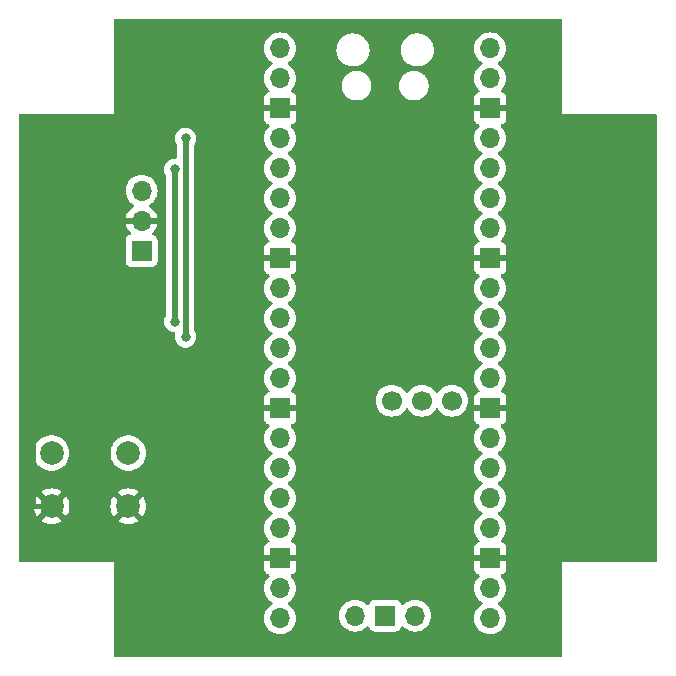
<source format=gbr>
%TF.GenerationSoftware,KiCad,Pcbnew,7.0.8*%
%TF.CreationDate,2023-10-07T15:52:59+09:00*%
%TF.ProjectId,KiCad,4b694361-642e-46b6-9963-61645f706362,rev?*%
%TF.SameCoordinates,PX41cdb40PY67f3540*%
%TF.FileFunction,Copper,L2,Bot*%
%TF.FilePolarity,Positive*%
%FSLAX46Y46*%
G04 Gerber Fmt 4.6, Leading zero omitted, Abs format (unit mm)*
G04 Created by KiCad (PCBNEW 7.0.8) date 2023-10-07 15:52:59*
%MOMM*%
%LPD*%
G01*
G04 APERTURE LIST*
%TA.AperFunction,ComponentPad*%
%ADD10R,1.700000X1.700000*%
%TD*%
%TA.AperFunction,ComponentPad*%
%ADD11O,1.700000X1.700000*%
%TD*%
%TA.AperFunction,ComponentPad*%
%ADD12C,1.700000*%
%TD*%
%TA.AperFunction,ComponentPad*%
%ADD13C,2.000000*%
%TD*%
%TA.AperFunction,ViaPad*%
%ADD14C,0.800000*%
%TD*%
%TA.AperFunction,Conductor*%
%ADD15C,0.400000*%
%TD*%
%TA.AperFunction,Conductor*%
%ADD16C,0.500000*%
%TD*%
G04 APERTURE END LIST*
D10*
%TO.P,J2,1,Pin_1*%
%TO.N,/RX*%
X10375000Y34400000D03*
D11*
%TO.P,J2,2,Pin_2*%
%TO.N,GND*%
X10375000Y36940000D03*
%TO.P,J2,3,Pin_3*%
%TO.N,/TX*%
X10375000Y39480000D03*
%TD*%
%TO.P,U1,1,GPIO0*%
%TO.N,unconnected-(U1-GPIO0-Pad1)*%
X22110000Y51530000D03*
%TO.P,U1,2,GPIO1*%
%TO.N,unconnected-(U1-GPIO1-Pad2)*%
X22110000Y48990000D03*
D10*
%TO.P,U1,3,GND*%
%TO.N,GND*%
X22110000Y46450000D03*
D11*
%TO.P,U1,4,GPIO2*%
%TO.N,Net-(U1-GPIO2)*%
X22110000Y43910000D03*
%TO.P,U1,5,GPIO3*%
%TO.N,Net-(U1-GPIO3)*%
X22110000Y41370000D03*
%TO.P,U1,6,GPIO4*%
%TO.N,Net-(U1-GPIO4)*%
X22110000Y38830000D03*
%TO.P,U1,7,GPIO5*%
%TO.N,Net-(U1-GPIO5)*%
X22110000Y36290000D03*
D10*
%TO.P,U1,8,GND*%
%TO.N,GND*%
X22110000Y33750000D03*
D11*
%TO.P,U1,9,GPIO6*%
%TO.N,unconnected-(U1-GPIO6-Pad9)*%
X22110000Y31210000D03*
%TO.P,U1,10,GPIO7*%
%TO.N,unconnected-(U1-GPIO7-Pad10)*%
X22110000Y28670000D03*
%TO.P,U1,11,GPIO8*%
%TO.N,unconnected-(U1-GPIO8-Pad11)*%
X22110000Y26130000D03*
%TO.P,U1,12,GPIO9*%
%TO.N,unconnected-(U1-GPIO9-Pad12)*%
X22110000Y23590000D03*
D10*
%TO.P,U1,13,GND*%
%TO.N,GND*%
X22110000Y21050000D03*
D11*
%TO.P,U1,14,GPIO10*%
%TO.N,unconnected-(U1-GPIO10-Pad14)*%
X22110000Y18510000D03*
%TO.P,U1,15,GPIO11*%
%TO.N,unconnected-(U1-GPIO11-Pad15)*%
X22110000Y15970000D03*
%TO.P,U1,16,GPIO12*%
%TO.N,unconnected-(U1-GPIO12-Pad16)*%
X22110000Y13430000D03*
%TO.P,U1,17,GPIO13*%
%TO.N,unconnected-(U1-GPIO13-Pad17)*%
X22110000Y10890000D03*
D10*
%TO.P,U1,18,GND*%
%TO.N,GND*%
X22110000Y8350000D03*
D11*
%TO.P,U1,19,GPIO14*%
%TO.N,unconnected-(U1-GPIO14-Pad19)*%
X22110000Y5810000D03*
%TO.P,U1,20,GPIO15*%
%TO.N,unconnected-(U1-GPIO15-Pad20)*%
X22110000Y3270000D03*
%TO.P,U1,21,GPIO16*%
%TO.N,unconnected-(U1-GPIO16-Pad21)*%
X39890000Y3270000D03*
%TO.P,U1,22,GPIO17*%
%TO.N,unconnected-(U1-GPIO17-Pad22)*%
X39890000Y5810000D03*
D10*
%TO.P,U1,23,GND*%
%TO.N,GND*%
X39890000Y8350000D03*
D11*
%TO.P,U1,24,GPIO18*%
%TO.N,unconnected-(U1-GPIO18-Pad24)*%
X39890000Y10890000D03*
%TO.P,U1,25,GPIO19*%
%TO.N,unconnected-(U1-GPIO19-Pad25)*%
X39890000Y13430000D03*
%TO.P,U1,26,GPIO20*%
%TO.N,unconnected-(U1-GPIO20-Pad26)*%
X39890000Y15970000D03*
%TO.P,U1,27,GPIO21*%
%TO.N,unconnected-(U1-GPIO21-Pad27)*%
X39890000Y18510000D03*
D10*
%TO.P,U1,28,GND*%
%TO.N,GND*%
X39890000Y21050000D03*
D11*
%TO.P,U1,29,GPIO22*%
%TO.N,unconnected-(U1-GPIO22-Pad29)*%
X39890000Y23590000D03*
%TO.P,U1,30,RUN*%
%TO.N,unconnected-(U1-RUN-Pad30)*%
X39890000Y26130000D03*
%TO.P,U1,31,GPIO26_ADC0*%
%TO.N,unconnected-(U1-GPIO26_ADC0-Pad31)*%
X39890000Y28670000D03*
%TO.P,U1,32,GPIO27_ADC1*%
%TO.N,unconnected-(U1-GPIO27_ADC1-Pad32)*%
X39890000Y31210000D03*
D10*
%TO.P,U1,33,AGND*%
%TO.N,GND*%
X39890000Y33750000D03*
D11*
%TO.P,U1,34,GPIO28_ADC2*%
%TO.N,unconnected-(U1-GPIO28_ADC2-Pad34)*%
X39890000Y36290000D03*
%TO.P,U1,35,ADC_VREF*%
%TO.N,unconnected-(U1-ADC_VREF-Pad35)*%
X39890000Y38830000D03*
%TO.P,U1,36,3V3*%
%TO.N,unconnected-(U1-3V3-Pad36)*%
X39890000Y41370000D03*
%TO.P,U1,37,3V3_EN*%
%TO.N,unconnected-(U1-3V3_EN-Pad37)*%
X39890000Y43910000D03*
D10*
%TO.P,U1,38,GND*%
%TO.N,GND*%
X39890000Y46450000D03*
D11*
%TO.P,U1,39,VSYS*%
%TO.N,unconnected-(U1-VSYS-Pad39)*%
X39890000Y48990000D03*
%TO.P,U1,40,VBUS*%
%TO.N,unconnected-(U1-VBUS-Pad40)*%
X39890000Y51530000D03*
%TO.P,U1,41,SWCLK*%
%TO.N,unconnected-(U1-SWCLK-Pad41)*%
X28460000Y3500000D03*
D12*
X31550000Y21700000D03*
D10*
%TO.P,U1,42,GND*%
%TO.N,unconnected-(U1-GND-Pad42)*%
X31000000Y3500000D03*
D12*
X34100000Y21700000D03*
D11*
%TO.P,U1,43,SWDIO*%
%TO.N,unconnected-(U1-SWDIO-Pad43)*%
X33540000Y3500000D03*
D12*
X36650000Y21700000D03*
%TD*%
D13*
%TO.P,SW1,1,1*%
%TO.N,/nRST*%
X2750000Y17250000D03*
X9250000Y17250000D03*
%TO.P,SW1,2,2*%
%TO.N,GND*%
X2750000Y12750000D03*
X9250000Y12750000D03*
%TD*%
D14*
%TO.N,/SWDIO*%
X13200000Y28400000D03*
X13200000Y41300000D03*
%TO.N,/SWCLK*%
X14100000Y27100000D03*
X14100000Y43900000D03*
%TO.N,GND*%
X2100000Y21800000D03*
%TD*%
D15*
%TO.N,GND*%
X1250000Y12750000D02*
X2750000Y12750000D01*
X1200000Y12800000D02*
X1250000Y12750000D01*
X1200000Y21800000D02*
X1200000Y12800000D01*
X2100000Y21800000D02*
X1200000Y21800000D01*
D16*
%TO.N,/SWDIO*%
X13200000Y28400000D02*
X13200000Y41300000D01*
%TO.N,/SWCLK*%
X14100000Y43900000D02*
X14100000Y27100000D01*
%TD*%
%TA.AperFunction,Conductor*%
%TO.N,GND*%
G36*
X45942121Y53979498D02*
G01*
X45988614Y53925842D01*
X46000000Y53873500D01*
X46000000Y46000000D01*
X53873500Y46000000D01*
X53941621Y45979998D01*
X53988114Y45926342D01*
X53999500Y45874000D01*
X53999500Y8126000D01*
X53979498Y8057879D01*
X53925842Y8011386D01*
X53873500Y8000000D01*
X46000000Y8000000D01*
X46000000Y126500D01*
X45979998Y58379D01*
X45926342Y11886D01*
X45874000Y500D01*
X8126000Y500D01*
X8057879Y20502D01*
X8011386Y74158D01*
X8000000Y126500D01*
X8000000Y7451403D01*
X20752000Y7451403D01*
X20758505Y7390907D01*
X20809555Y7254036D01*
X20809555Y7254035D01*
X20897095Y7137096D01*
X21014034Y7049556D01*
X21140337Y7002448D01*
X21197173Y6959901D01*
X21221984Y6893381D01*
X21206893Y6824007D01*
X21185401Y6795297D01*
X21071502Y6681398D01*
X21071498Y6681393D01*
X20935966Y6487833D01*
X20836098Y6273666D01*
X20836096Y6273662D01*
X20774937Y6045412D01*
X20754341Y5810000D01*
X20774937Y5574589D01*
X20826571Y5381888D01*
X20836097Y5346337D01*
X20935965Y5132170D01*
X21071505Y4938599D01*
X21238599Y4771505D01*
X21377800Y4674035D01*
X21421819Y4643213D01*
X21466147Y4587756D01*
X21473456Y4517137D01*
X21441425Y4453776D01*
X21421819Y4436787D01*
X21238602Y4308498D01*
X21238596Y4308493D01*
X21071507Y4141404D01*
X21071498Y4141393D01*
X20935966Y3947833D01*
X20836098Y3733666D01*
X20836096Y3733662D01*
X20774937Y3505412D01*
X20754341Y3270000D01*
X20774937Y3034589D01*
X20836096Y2806339D01*
X20836098Y2806335D01*
X20935965Y2592170D01*
X21065150Y2407674D01*
X21071505Y2398599D01*
X21238599Y2231505D01*
X21432170Y2095965D01*
X21646337Y1996097D01*
X21874592Y1934937D01*
X22110000Y1914341D01*
X22345408Y1934937D01*
X22573663Y1996097D01*
X22787830Y2095965D01*
X22981401Y2231505D01*
X23148495Y2398599D01*
X23284035Y2592170D01*
X23383903Y2806337D01*
X23445063Y3034592D01*
X23465659Y3270000D01*
X23445536Y3500000D01*
X27104341Y3500000D01*
X27124937Y3264589D01*
X27186096Y3036339D01*
X27186097Y3036337D01*
X27285965Y2822170D01*
X27421505Y2628599D01*
X27588599Y2461505D01*
X27782170Y2325965D01*
X27996337Y2226097D01*
X28224592Y2164937D01*
X28460000Y2144341D01*
X28695408Y2164937D01*
X28923663Y2226097D01*
X29137830Y2325965D01*
X29331401Y2461505D01*
X29451129Y2581234D01*
X29513437Y2615256D01*
X29584253Y2610192D01*
X29641089Y2567645D01*
X29658277Y2536168D01*
X29706202Y2407672D01*
X29706203Y2407671D01*
X29706204Y2407669D01*
X29725453Y2381956D01*
X29792453Y2292454D01*
X29850061Y2249329D01*
X29907669Y2206204D01*
X29907671Y2206204D01*
X29907673Y2206202D01*
X29953956Y2188940D01*
X30042514Y2155910D01*
X30042517Y2155909D01*
X30102127Y2149500D01*
X31897872Y2149501D01*
X31957483Y2155909D01*
X32092331Y2206204D01*
X32207546Y2292454D01*
X32293796Y2407669D01*
X32341723Y2536169D01*
X32384268Y2593003D01*
X32450788Y2617815D01*
X32520162Y2602724D01*
X32548873Y2581231D01*
X32668599Y2461505D01*
X32862170Y2325965D01*
X33076337Y2226097D01*
X33304592Y2164937D01*
X33540000Y2144341D01*
X33775408Y2164937D01*
X34003663Y2226097D01*
X34217830Y2325965D01*
X34411401Y2461505D01*
X34578495Y2628599D01*
X34714035Y2822170D01*
X34813903Y3036337D01*
X34875063Y3264592D01*
X34895659Y3500000D01*
X34875063Y3735408D01*
X34813903Y3963663D01*
X34714035Y4177829D01*
X34714034Y4177830D01*
X34714033Y4177833D01*
X34578501Y4371393D01*
X34578498Y4371397D01*
X34578495Y4371401D01*
X34411401Y4538495D01*
X34217830Y4674035D01*
X34003663Y4773903D01*
X34003661Y4773904D01*
X33775411Y4835063D01*
X33540000Y4855659D01*
X33304588Y4835063D01*
X33076338Y4773904D01*
X33076334Y4773902D01*
X32862167Y4674034D01*
X32668607Y4538502D01*
X32668602Y4538498D01*
X32548873Y4418769D01*
X32486561Y4384744D01*
X32415745Y4389810D01*
X32358909Y4432356D01*
X32341722Y4463834D01*
X32339681Y4469305D01*
X32313876Y4538495D01*
X32293798Y4592327D01*
X32293796Y4592330D01*
X32293796Y4592331D01*
X32232633Y4674034D01*
X32207546Y4707547D01*
X32130591Y4765155D01*
X32092331Y4793796D01*
X32092329Y4793797D01*
X32092326Y4793799D01*
X31957483Y4844091D01*
X31957486Y4844091D01*
X31897873Y4850500D01*
X30102135Y4850500D01*
X30102114Y4850498D01*
X30042519Y4844092D01*
X30042518Y4844092D01*
X29907673Y4793799D01*
X29907670Y4793797D01*
X29792453Y4707547D01*
X29706203Y4592330D01*
X29706202Y4592329D01*
X29658277Y4463833D01*
X29615730Y4406997D01*
X29549210Y4382186D01*
X29479836Y4397277D01*
X29451126Y4418770D01*
X29331403Y4538493D01*
X29331397Y4538498D01*
X29137830Y4674035D01*
X28928810Y4771503D01*
X28923663Y4773903D01*
X28923661Y4773904D01*
X28695411Y4835063D01*
X28460000Y4855659D01*
X28224588Y4835063D01*
X27996338Y4773904D01*
X27996334Y4773902D01*
X27782167Y4674034D01*
X27588607Y4538502D01*
X27588596Y4538493D01*
X27421507Y4371404D01*
X27421498Y4371393D01*
X27285966Y4177833D01*
X27186098Y3963666D01*
X27186096Y3963662D01*
X27124937Y3735412D01*
X27104341Y3500000D01*
X23445536Y3500000D01*
X23445063Y3505408D01*
X23383903Y3733663D01*
X23284035Y3947829D01*
X23284034Y3947830D01*
X23284033Y3947833D01*
X23148501Y4141393D01*
X23148498Y4141397D01*
X23148495Y4141401D01*
X22981401Y4308495D01*
X22798180Y4436788D01*
X22753853Y4492244D01*
X22746544Y4562863D01*
X22778575Y4626224D01*
X22798181Y4643213D01*
X22842198Y4674034D01*
X22981401Y4771505D01*
X23148495Y4938599D01*
X23284035Y5132170D01*
X23383903Y5346337D01*
X23445063Y5574592D01*
X23465659Y5810000D01*
X23445063Y6045408D01*
X23383903Y6273663D01*
X23284035Y6487829D01*
X23284034Y6487830D01*
X23284033Y6487833D01*
X23148501Y6681393D01*
X23148497Y6681398D01*
X23148495Y6681401D01*
X23034599Y6795297D01*
X23000573Y6857609D01*
X23005638Y6928424D01*
X23048185Y6985260D01*
X23079662Y7002448D01*
X23205965Y7049556D01*
X23322904Y7137096D01*
X23410444Y7254035D01*
X23410444Y7254036D01*
X23461494Y7390907D01*
X23467999Y7451403D01*
X38532000Y7451403D01*
X38538505Y7390907D01*
X38589555Y7254036D01*
X38589555Y7254035D01*
X38677095Y7137096D01*
X38794034Y7049556D01*
X38920337Y7002448D01*
X38977173Y6959901D01*
X39001984Y6893381D01*
X38986893Y6824007D01*
X38965401Y6795297D01*
X38851502Y6681398D01*
X38851498Y6681393D01*
X38715966Y6487833D01*
X38616098Y6273666D01*
X38616096Y6273662D01*
X38554937Y6045412D01*
X38534341Y5810000D01*
X38554937Y5574589D01*
X38606571Y5381888D01*
X38616097Y5346337D01*
X38715965Y5132170D01*
X38851505Y4938599D01*
X39018599Y4771505D01*
X39157800Y4674035D01*
X39201819Y4643213D01*
X39246147Y4587756D01*
X39253456Y4517137D01*
X39221425Y4453776D01*
X39201819Y4436787D01*
X39018602Y4308498D01*
X39018596Y4308493D01*
X38851507Y4141404D01*
X38851498Y4141393D01*
X38715966Y3947833D01*
X38616098Y3733666D01*
X38616096Y3733662D01*
X38554937Y3505412D01*
X38534341Y3270000D01*
X38554937Y3034589D01*
X38616096Y2806339D01*
X38616098Y2806335D01*
X38715965Y2592170D01*
X38845150Y2407674D01*
X38851505Y2398599D01*
X39018599Y2231505D01*
X39212170Y2095965D01*
X39426337Y1996097D01*
X39654592Y1934937D01*
X39890000Y1914341D01*
X40125408Y1934937D01*
X40353663Y1996097D01*
X40567830Y2095965D01*
X40761401Y2231505D01*
X40928495Y2398599D01*
X41064035Y2592170D01*
X41163903Y2806337D01*
X41225063Y3034592D01*
X41245659Y3270000D01*
X41225063Y3505408D01*
X41163903Y3733663D01*
X41064035Y3947829D01*
X41064034Y3947830D01*
X41064033Y3947833D01*
X40928501Y4141393D01*
X40928498Y4141397D01*
X40928495Y4141401D01*
X40761401Y4308495D01*
X40578180Y4436788D01*
X40533853Y4492244D01*
X40526544Y4562863D01*
X40558575Y4626224D01*
X40578181Y4643213D01*
X40622198Y4674034D01*
X40761401Y4771505D01*
X40928495Y4938599D01*
X41064035Y5132170D01*
X41163903Y5346337D01*
X41225063Y5574592D01*
X41245659Y5810000D01*
X41225063Y6045408D01*
X41163903Y6273663D01*
X41064035Y6487829D01*
X41064034Y6487830D01*
X41064033Y6487833D01*
X40928501Y6681393D01*
X40928497Y6681398D01*
X40928495Y6681401D01*
X40814599Y6795297D01*
X40780573Y6857609D01*
X40785638Y6928424D01*
X40828185Y6985260D01*
X40859662Y7002448D01*
X40985965Y7049556D01*
X41102904Y7137096D01*
X41190444Y7254035D01*
X41190444Y7254036D01*
X41241494Y7390907D01*
X41247999Y7451403D01*
X41248000Y7451415D01*
X41248000Y8096000D01*
X40333001Y8096000D01*
X40358682Y8135960D01*
X40400000Y8276673D01*
X40400000Y8423327D01*
X40358682Y8564040D01*
X40333001Y8604000D01*
X41248000Y8604000D01*
X41248000Y9248586D01*
X41247999Y9248598D01*
X41241494Y9309094D01*
X41190444Y9445965D01*
X41190444Y9445966D01*
X41102904Y9562905D01*
X40985966Y9650444D01*
X40859661Y9697553D01*
X40802826Y9740100D01*
X40778015Y9806620D01*
X40793106Y9875994D01*
X40814593Y9904698D01*
X40928495Y10018599D01*
X41064035Y10212170D01*
X41163903Y10426337D01*
X41225063Y10654592D01*
X41245659Y10890000D01*
X41225063Y11125408D01*
X41163903Y11353663D01*
X41064035Y11567829D01*
X41064034Y11567830D01*
X41064033Y11567833D01*
X40928501Y11761393D01*
X40928498Y11761397D01*
X40928495Y11761401D01*
X40761401Y11928495D01*
X40578180Y12056788D01*
X40533853Y12112244D01*
X40526544Y12182863D01*
X40558575Y12246224D01*
X40578181Y12263213D01*
X40595944Y12275651D01*
X40761401Y12391505D01*
X40928495Y12558599D01*
X41064035Y12752170D01*
X41163903Y12966337D01*
X41225063Y13194592D01*
X41245659Y13430000D01*
X41225063Y13665408D01*
X41163903Y13893663D01*
X41064035Y14107829D01*
X41064034Y14107830D01*
X41064033Y14107833D01*
X40928501Y14301393D01*
X40928498Y14301397D01*
X40928495Y14301401D01*
X40761401Y14468495D01*
X40578180Y14596788D01*
X40533853Y14652244D01*
X40526544Y14722863D01*
X40558575Y14786224D01*
X40578181Y14803213D01*
X40761401Y14931505D01*
X40928495Y15098599D01*
X41064035Y15292170D01*
X41163903Y15506337D01*
X41225063Y15734592D01*
X41245659Y15970000D01*
X41225063Y16205408D01*
X41163903Y16433663D01*
X41064035Y16647829D01*
X41064034Y16647830D01*
X41064033Y16647833D01*
X40928501Y16841393D01*
X40928498Y16841397D01*
X40928495Y16841401D01*
X40761401Y17008495D01*
X40578180Y17136788D01*
X40533853Y17192244D01*
X40526544Y17262863D01*
X40558575Y17326224D01*
X40578181Y17343213D01*
X40761401Y17471505D01*
X40928495Y17638599D01*
X41064035Y17832170D01*
X41163903Y18046337D01*
X41225063Y18274592D01*
X41245659Y18510000D01*
X41225063Y18745408D01*
X41163903Y18973663D01*
X41064035Y19187829D01*
X41064034Y19187830D01*
X41064033Y19187833D01*
X40928501Y19381393D01*
X40928497Y19381398D01*
X40928495Y19381401D01*
X40814599Y19495297D01*
X40780573Y19557609D01*
X40785638Y19628424D01*
X40828185Y19685260D01*
X40859662Y19702448D01*
X40985965Y19749556D01*
X41102904Y19837096D01*
X41190444Y19954035D01*
X41190444Y19954036D01*
X41241494Y20090907D01*
X41247999Y20151403D01*
X41248000Y20151415D01*
X41248000Y20796000D01*
X40333001Y20796000D01*
X40358682Y20835960D01*
X40400000Y20976673D01*
X40400000Y21123327D01*
X40358682Y21264040D01*
X40333001Y21304000D01*
X41248000Y21304000D01*
X41248000Y21948586D01*
X41247999Y21948598D01*
X41241494Y22009094D01*
X41190444Y22145965D01*
X41190444Y22145966D01*
X41102904Y22262905D01*
X40985966Y22350444D01*
X40859661Y22397553D01*
X40802826Y22440100D01*
X40778015Y22506620D01*
X40793106Y22575994D01*
X40814593Y22604698D01*
X40928495Y22718599D01*
X41064035Y22912170D01*
X41163903Y23126337D01*
X41225063Y23354592D01*
X41245659Y23590000D01*
X41225063Y23825408D01*
X41163903Y24053663D01*
X41064035Y24267829D01*
X41064034Y24267830D01*
X41064033Y24267833D01*
X40928501Y24461393D01*
X40928498Y24461397D01*
X40928495Y24461401D01*
X40761401Y24628495D01*
X40578180Y24756788D01*
X40533853Y24812244D01*
X40526544Y24882863D01*
X40558575Y24946224D01*
X40578181Y24963213D01*
X40761401Y25091505D01*
X40928495Y25258599D01*
X41064035Y25452170D01*
X41163903Y25666337D01*
X41225063Y25894592D01*
X41245659Y26130000D01*
X41225063Y26365408D01*
X41163903Y26593663D01*
X41064035Y26807829D01*
X41064034Y26807830D01*
X41064033Y26807833D01*
X40928501Y27001393D01*
X40928498Y27001397D01*
X40928495Y27001401D01*
X40761401Y27168495D01*
X40578180Y27296788D01*
X40533853Y27352244D01*
X40526544Y27422863D01*
X40558575Y27486224D01*
X40578181Y27503213D01*
X40761401Y27631505D01*
X40928495Y27798599D01*
X41064035Y27992170D01*
X41163903Y28206337D01*
X41225063Y28434592D01*
X41245659Y28670000D01*
X41225063Y28905408D01*
X41163903Y29133663D01*
X41064035Y29347829D01*
X41064034Y29347830D01*
X41064033Y29347833D01*
X40928501Y29541393D01*
X40928498Y29541397D01*
X40928495Y29541401D01*
X40761401Y29708495D01*
X40578180Y29836788D01*
X40533853Y29892244D01*
X40526544Y29962863D01*
X40558575Y30026224D01*
X40578181Y30043213D01*
X40761401Y30171505D01*
X40928495Y30338599D01*
X41064035Y30532170D01*
X41163903Y30746337D01*
X41225063Y30974592D01*
X41245659Y31210000D01*
X41225063Y31445408D01*
X41163903Y31673663D01*
X41064035Y31887829D01*
X41064034Y31887830D01*
X41064033Y31887833D01*
X40928501Y32081393D01*
X40928497Y32081398D01*
X40928495Y32081401D01*
X40814599Y32195297D01*
X40780573Y32257609D01*
X40785638Y32328424D01*
X40828185Y32385260D01*
X40859662Y32402448D01*
X40985965Y32449556D01*
X41102904Y32537096D01*
X41190444Y32654035D01*
X41190444Y32654036D01*
X41241494Y32790907D01*
X41247999Y32851403D01*
X41248000Y32851415D01*
X41248000Y33496000D01*
X40333001Y33496000D01*
X40358682Y33535960D01*
X40400000Y33676673D01*
X40400000Y33823327D01*
X40358682Y33964040D01*
X40333001Y34004000D01*
X41248000Y34004000D01*
X41248000Y34648586D01*
X41247999Y34648598D01*
X41241494Y34709094D01*
X41190444Y34845965D01*
X41190444Y34845966D01*
X41102904Y34962905D01*
X40985966Y35050444D01*
X40859661Y35097553D01*
X40802826Y35140100D01*
X40778015Y35206620D01*
X40793106Y35275994D01*
X40814593Y35304698D01*
X40928495Y35418599D01*
X41064035Y35612170D01*
X41163903Y35826337D01*
X41225063Y36054592D01*
X41245659Y36290000D01*
X41225063Y36525408D01*
X41163903Y36753663D01*
X41064035Y36967829D01*
X41064034Y36967830D01*
X41064033Y36967833D01*
X40928501Y37161393D01*
X40928498Y37161397D01*
X40928495Y37161401D01*
X40761401Y37328495D01*
X40578180Y37456788D01*
X40533853Y37512244D01*
X40526544Y37582863D01*
X40558575Y37646224D01*
X40578181Y37663213D01*
X40761401Y37791505D01*
X40928495Y37958599D01*
X41064035Y38152170D01*
X41163903Y38366337D01*
X41225063Y38594592D01*
X41245659Y38830000D01*
X41225063Y39065408D01*
X41163903Y39293663D01*
X41064035Y39507829D01*
X41064034Y39507830D01*
X41064033Y39507833D01*
X40928501Y39701393D01*
X40928498Y39701397D01*
X40928495Y39701401D01*
X40761401Y39868495D01*
X40578180Y39996788D01*
X40533853Y40052244D01*
X40526544Y40122863D01*
X40558575Y40186224D01*
X40578181Y40203213D01*
X40761401Y40331505D01*
X40928495Y40498599D01*
X41064035Y40692170D01*
X41163903Y40906337D01*
X41225063Y41134592D01*
X41245659Y41370000D01*
X41225063Y41605408D01*
X41163903Y41833663D01*
X41064035Y42047829D01*
X41064034Y42047830D01*
X41064033Y42047833D01*
X40928501Y42241393D01*
X40928498Y42241397D01*
X40928495Y42241401D01*
X40761401Y42408495D01*
X40578180Y42536788D01*
X40533853Y42592244D01*
X40526544Y42662863D01*
X40558575Y42726224D01*
X40578181Y42743213D01*
X40761401Y42871505D01*
X40928495Y43038599D01*
X41064035Y43232170D01*
X41163903Y43446337D01*
X41225063Y43674592D01*
X41245659Y43910000D01*
X41225063Y44145408D01*
X41163903Y44373663D01*
X41064035Y44587829D01*
X41064034Y44587830D01*
X41064033Y44587833D01*
X40928501Y44781393D01*
X40928497Y44781398D01*
X40928495Y44781401D01*
X40814599Y44895297D01*
X40780573Y44957609D01*
X40785638Y45028424D01*
X40828185Y45085260D01*
X40859662Y45102448D01*
X40985965Y45149556D01*
X41102904Y45237096D01*
X41190444Y45354035D01*
X41190444Y45354036D01*
X41241494Y45490907D01*
X41247999Y45551403D01*
X41248000Y45551415D01*
X41248000Y46196000D01*
X40333001Y46196000D01*
X40358682Y46235960D01*
X40400000Y46376673D01*
X40400000Y46523327D01*
X40358682Y46664040D01*
X40333001Y46704000D01*
X41248000Y46704000D01*
X41248000Y47348586D01*
X41247999Y47348598D01*
X41241494Y47409094D01*
X41190444Y47545965D01*
X41190444Y47545966D01*
X41102904Y47662905D01*
X40985966Y47750444D01*
X40859661Y47797553D01*
X40802826Y47840100D01*
X40778015Y47906620D01*
X40793106Y47975994D01*
X40814593Y48004698D01*
X40928495Y48118599D01*
X41064035Y48312170D01*
X41163903Y48526337D01*
X41225063Y48754592D01*
X41245659Y48990000D01*
X41225063Y49225408D01*
X41163903Y49453663D01*
X41064035Y49667829D01*
X41064034Y49667830D01*
X41064033Y49667833D01*
X40928501Y49861393D01*
X40928498Y49861397D01*
X40928495Y49861401D01*
X40761401Y50028495D01*
X40760808Y50028910D01*
X40631847Y50119210D01*
X40578180Y50156788D01*
X40533853Y50212244D01*
X40526544Y50282863D01*
X40558575Y50346224D01*
X40578181Y50363213D01*
X40761401Y50491505D01*
X40928495Y50658599D01*
X41064035Y50852170D01*
X41163903Y51066337D01*
X41225063Y51294592D01*
X41245659Y51530000D01*
X41225063Y51765408D01*
X41163903Y51993663D01*
X41064035Y52207829D01*
X41064034Y52207830D01*
X41064033Y52207833D01*
X40928501Y52401393D01*
X40928498Y52401397D01*
X40928495Y52401401D01*
X40761401Y52568495D01*
X40751168Y52575660D01*
X40567830Y52704035D01*
X40522281Y52725275D01*
X40353663Y52803903D01*
X40353661Y52803904D01*
X40125411Y52865063D01*
X39890000Y52885659D01*
X39654588Y52865063D01*
X39426338Y52803904D01*
X39426334Y52803902D01*
X39212167Y52704034D01*
X39018607Y52568502D01*
X39018596Y52568493D01*
X38851507Y52401404D01*
X38851498Y52401393D01*
X38715966Y52207833D01*
X38616098Y51993666D01*
X38616096Y51993662D01*
X38554937Y51765412D01*
X38534341Y51530000D01*
X38554937Y51294589D01*
X38616096Y51066339D01*
X38616097Y51066337D01*
X38704887Y50875926D01*
X38715965Y50852170D01*
X38825024Y50696417D01*
X38851505Y50658599D01*
X39018599Y50491505D01*
X39197714Y50366087D01*
X39201819Y50363213D01*
X39246147Y50307756D01*
X39253456Y50237137D01*
X39221425Y50173776D01*
X39201819Y50156787D01*
X39018602Y50028498D01*
X39018596Y50028493D01*
X38851507Y49861404D01*
X38851498Y49861393D01*
X38715966Y49667833D01*
X38616098Y49453666D01*
X38616096Y49453662D01*
X38554937Y49225412D01*
X38534341Y48990000D01*
X38554937Y48754589D01*
X38616096Y48526339D01*
X38616098Y48526335D01*
X38715965Y48312170D01*
X38851502Y48118603D01*
X38851507Y48118597D01*
X38965400Y48004704D01*
X38999426Y47942392D01*
X38994361Y47871577D01*
X38951814Y47814741D01*
X38920338Y47797553D01*
X38794033Y47750444D01*
X38677095Y47662905D01*
X38589555Y47545966D01*
X38589555Y47545965D01*
X38538505Y47409094D01*
X38532000Y47348598D01*
X38532000Y46704000D01*
X39446999Y46704000D01*
X39421318Y46664040D01*
X39380000Y46523327D01*
X39380000Y46376673D01*
X39421318Y46235960D01*
X39446999Y46196000D01*
X38532000Y46196000D01*
X38532000Y45551403D01*
X38538505Y45490907D01*
X38589555Y45354036D01*
X38589555Y45354035D01*
X38677095Y45237096D01*
X38794034Y45149556D01*
X38920337Y45102448D01*
X38977173Y45059901D01*
X39001984Y44993381D01*
X38986893Y44924007D01*
X38965401Y44895297D01*
X38851502Y44781398D01*
X38851498Y44781393D01*
X38715966Y44587833D01*
X38616098Y44373666D01*
X38616096Y44373662D01*
X38554937Y44145412D01*
X38534341Y43910000D01*
X38554937Y43674589D01*
X38593220Y43531715D01*
X38616097Y43446337D01*
X38715965Y43232170D01*
X38851505Y43038599D01*
X39018599Y42871505D01*
X39018602Y42871503D01*
X39201819Y42743213D01*
X39246147Y42687756D01*
X39253456Y42617137D01*
X39221425Y42553776D01*
X39201819Y42536787D01*
X39018602Y42408498D01*
X39018596Y42408493D01*
X38851507Y42241404D01*
X38851498Y42241393D01*
X38715966Y42047833D01*
X38616098Y41833666D01*
X38616096Y41833662D01*
X38554937Y41605412D01*
X38534341Y41370000D01*
X38554937Y41134589D01*
X38616096Y40906339D01*
X38616098Y40906335D01*
X38715965Y40692170D01*
X38837573Y40518495D01*
X38851505Y40498599D01*
X39018599Y40331505D01*
X39018602Y40331503D01*
X39201819Y40203213D01*
X39246147Y40147756D01*
X39253456Y40077137D01*
X39221425Y40013776D01*
X39201819Y39996787D01*
X39018602Y39868498D01*
X39018596Y39868493D01*
X38851507Y39701404D01*
X38851498Y39701393D01*
X38715966Y39507833D01*
X38616098Y39293666D01*
X38616096Y39293662D01*
X38554937Y39065412D01*
X38534341Y38830000D01*
X38554937Y38594589D01*
X38616096Y38366339D01*
X38616098Y38366335D01*
X38715965Y38152170D01*
X38765960Y38080769D01*
X38851505Y37958599D01*
X39018599Y37791505D01*
X39018602Y37791503D01*
X39201819Y37663213D01*
X39246147Y37607756D01*
X39253456Y37537137D01*
X39221425Y37473776D01*
X39201819Y37456787D01*
X39018602Y37328498D01*
X39018596Y37328493D01*
X38851507Y37161404D01*
X38851498Y37161393D01*
X38715966Y36967833D01*
X38616098Y36753666D01*
X38616096Y36753662D01*
X38554937Y36525412D01*
X38534341Y36290000D01*
X38554937Y36054589D01*
X38616096Y35826339D01*
X38616097Y35826337D01*
X38651461Y35750499D01*
X38715965Y35612170D01*
X38851502Y35418603D01*
X38851507Y35418597D01*
X38965400Y35304704D01*
X38999426Y35242392D01*
X38994361Y35171577D01*
X38951814Y35114741D01*
X38920338Y35097553D01*
X38794033Y35050444D01*
X38677095Y34962905D01*
X38589555Y34845966D01*
X38589555Y34845965D01*
X38538505Y34709094D01*
X38532000Y34648598D01*
X38532000Y34004000D01*
X39446999Y34004000D01*
X39421318Y33964040D01*
X39380000Y33823327D01*
X39380000Y33676673D01*
X39421318Y33535960D01*
X39446999Y33496000D01*
X38532000Y33496000D01*
X38532000Y32851403D01*
X38538505Y32790907D01*
X38589555Y32654036D01*
X38589555Y32654035D01*
X38677095Y32537096D01*
X38794034Y32449556D01*
X38920337Y32402448D01*
X38977173Y32359901D01*
X39001984Y32293381D01*
X38986893Y32224007D01*
X38965401Y32195297D01*
X38851502Y32081398D01*
X38851498Y32081393D01*
X38715966Y31887833D01*
X38616098Y31673666D01*
X38616096Y31673662D01*
X38554937Y31445412D01*
X38534341Y31210000D01*
X38554937Y30974589D01*
X38616096Y30746339D01*
X38616097Y30746337D01*
X38715965Y30532170D01*
X38851505Y30338599D01*
X39018599Y30171505D01*
X39018602Y30171503D01*
X39201819Y30043213D01*
X39246147Y29987756D01*
X39253456Y29917137D01*
X39221425Y29853776D01*
X39201819Y29836787D01*
X39018602Y29708498D01*
X39018596Y29708493D01*
X38851507Y29541404D01*
X38851498Y29541393D01*
X38715966Y29347833D01*
X38616098Y29133666D01*
X38616096Y29133662D01*
X38554937Y28905412D01*
X38534341Y28670000D01*
X38554937Y28434589D01*
X38614648Y28211744D01*
X38616097Y28206337D01*
X38715965Y27992170D01*
X38851505Y27798599D01*
X39018599Y27631505D01*
X39150915Y27538856D01*
X39201819Y27503213D01*
X39246147Y27447756D01*
X39253456Y27377137D01*
X39221425Y27313776D01*
X39201819Y27296787D01*
X39018602Y27168498D01*
X39018596Y27168493D01*
X38851507Y27001404D01*
X38851498Y27001393D01*
X38715966Y26807833D01*
X38616098Y26593666D01*
X38616096Y26593662D01*
X38554937Y26365412D01*
X38534341Y26130000D01*
X38554937Y25894589D01*
X38616096Y25666339D01*
X38616097Y25666337D01*
X38715965Y25452170D01*
X38851505Y25258599D01*
X39018599Y25091505D01*
X39018602Y25091503D01*
X39201819Y24963213D01*
X39246147Y24907756D01*
X39253456Y24837137D01*
X39221425Y24773776D01*
X39201819Y24756787D01*
X39018602Y24628498D01*
X39018596Y24628493D01*
X38851507Y24461404D01*
X38851498Y24461393D01*
X38715966Y24267833D01*
X38616098Y24053666D01*
X38616096Y24053662D01*
X38554937Y23825412D01*
X38534341Y23590000D01*
X38554937Y23354589D01*
X38616096Y23126339D01*
X38616098Y23126335D01*
X38715965Y22912170D01*
X38851502Y22718603D01*
X38851507Y22718597D01*
X38965400Y22604704D01*
X38999426Y22542392D01*
X38994361Y22471577D01*
X38951814Y22414741D01*
X38920338Y22397553D01*
X38794033Y22350444D01*
X38677095Y22262905D01*
X38589555Y22145966D01*
X38589555Y22145965D01*
X38538505Y22009094D01*
X38532000Y21948598D01*
X38532000Y21304000D01*
X39446999Y21304000D01*
X39421318Y21264040D01*
X39380000Y21123327D01*
X39380000Y20976673D01*
X39421318Y20835960D01*
X39446999Y20796000D01*
X38532000Y20796000D01*
X38532000Y20151403D01*
X38538505Y20090907D01*
X38589555Y19954036D01*
X38589555Y19954035D01*
X38677095Y19837096D01*
X38794034Y19749556D01*
X38920337Y19702448D01*
X38977173Y19659901D01*
X39001984Y19593381D01*
X38986893Y19524007D01*
X38965401Y19495297D01*
X38851502Y19381398D01*
X38851498Y19381393D01*
X38715966Y19187833D01*
X38616098Y18973666D01*
X38616096Y18973662D01*
X38554937Y18745412D01*
X38534341Y18510000D01*
X38554937Y18274589D01*
X38616096Y18046339D01*
X38616097Y18046337D01*
X38715965Y17832170D01*
X38851505Y17638599D01*
X39018599Y17471505D01*
X39018602Y17471503D01*
X39201819Y17343213D01*
X39246147Y17287756D01*
X39253456Y17217137D01*
X39221425Y17153776D01*
X39201819Y17136787D01*
X39018602Y17008498D01*
X39018596Y17008493D01*
X38851507Y16841404D01*
X38851498Y16841393D01*
X38715966Y16647833D01*
X38616098Y16433666D01*
X38616096Y16433662D01*
X38554937Y16205412D01*
X38534341Y15970000D01*
X38554937Y15734589D01*
X38616096Y15506339D01*
X38616097Y15506337D01*
X38715965Y15292170D01*
X38851505Y15098599D01*
X39018599Y14931505D01*
X39018602Y14931503D01*
X39201819Y14803213D01*
X39246147Y14747756D01*
X39253456Y14677137D01*
X39221425Y14613776D01*
X39201819Y14596787D01*
X39018602Y14468498D01*
X39018596Y14468493D01*
X38851507Y14301404D01*
X38851498Y14301393D01*
X38715966Y14107833D01*
X38616098Y13893666D01*
X38616096Y13893662D01*
X38554937Y13665412D01*
X38534341Y13430000D01*
X38554937Y13194589D01*
X38616096Y12966339D01*
X38616098Y12966335D01*
X38715965Y12752170D01*
X38847663Y12564085D01*
X38851505Y12558599D01*
X39018599Y12391505D01*
X39018602Y12391503D01*
X39201819Y12263213D01*
X39246147Y12207756D01*
X39253456Y12137137D01*
X39221425Y12073776D01*
X39201819Y12056787D01*
X39018602Y11928498D01*
X39018596Y11928493D01*
X38851507Y11761404D01*
X38851498Y11761393D01*
X38715966Y11567833D01*
X38616098Y11353666D01*
X38616096Y11353662D01*
X38554937Y11125412D01*
X38534341Y10890000D01*
X38554937Y10654589D01*
X38616096Y10426339D01*
X38616098Y10426335D01*
X38715965Y10212170D01*
X38851502Y10018603D01*
X38851507Y10018597D01*
X38965400Y9904704D01*
X38999426Y9842392D01*
X38994361Y9771577D01*
X38951814Y9714741D01*
X38920338Y9697553D01*
X38794033Y9650444D01*
X38677095Y9562905D01*
X38589555Y9445966D01*
X38589555Y9445965D01*
X38538505Y9309094D01*
X38532000Y9248598D01*
X38532000Y8604000D01*
X39446999Y8604000D01*
X39421318Y8564040D01*
X39380000Y8423327D01*
X39380000Y8276673D01*
X39421318Y8135960D01*
X39446999Y8096000D01*
X38532000Y8096000D01*
X38532000Y7451403D01*
X23467999Y7451403D01*
X23468000Y7451415D01*
X23468000Y8096000D01*
X22553001Y8096000D01*
X22578682Y8135960D01*
X22620000Y8276673D01*
X22620000Y8423327D01*
X22578682Y8564040D01*
X22553001Y8604000D01*
X23468000Y8604000D01*
X23468000Y9248586D01*
X23467999Y9248598D01*
X23461494Y9309094D01*
X23410444Y9445965D01*
X23410444Y9445966D01*
X23322904Y9562905D01*
X23205966Y9650444D01*
X23079661Y9697553D01*
X23022826Y9740100D01*
X22998015Y9806620D01*
X23013106Y9875994D01*
X23034593Y9904698D01*
X23148495Y10018599D01*
X23284035Y10212170D01*
X23383903Y10426337D01*
X23445063Y10654592D01*
X23465659Y10890000D01*
X23445063Y11125408D01*
X23383903Y11353663D01*
X23284035Y11567829D01*
X23284034Y11567830D01*
X23284033Y11567833D01*
X23148501Y11761393D01*
X23148498Y11761397D01*
X23148495Y11761401D01*
X22981401Y11928495D01*
X22798180Y12056788D01*
X22753853Y12112244D01*
X22746544Y12182863D01*
X22778575Y12246224D01*
X22798181Y12263213D01*
X22815944Y12275651D01*
X22981401Y12391505D01*
X23148495Y12558599D01*
X23284035Y12752170D01*
X23383903Y12966337D01*
X23445063Y13194592D01*
X23465659Y13430000D01*
X23445063Y13665408D01*
X23383903Y13893663D01*
X23284035Y14107829D01*
X23284034Y14107830D01*
X23284033Y14107833D01*
X23148501Y14301393D01*
X23148498Y14301397D01*
X23148495Y14301401D01*
X22981401Y14468495D01*
X22798180Y14596788D01*
X22753853Y14652244D01*
X22746544Y14722863D01*
X22778575Y14786224D01*
X22798181Y14803213D01*
X22981401Y14931505D01*
X23148495Y15098599D01*
X23284035Y15292170D01*
X23383903Y15506337D01*
X23445063Y15734592D01*
X23465659Y15970000D01*
X23445063Y16205408D01*
X23383903Y16433663D01*
X23284035Y16647829D01*
X23284034Y16647830D01*
X23284033Y16647833D01*
X23148501Y16841393D01*
X23148498Y16841397D01*
X23148495Y16841401D01*
X22981401Y17008495D01*
X22798180Y17136788D01*
X22753853Y17192244D01*
X22746544Y17262863D01*
X22778575Y17326224D01*
X22798181Y17343213D01*
X22981401Y17471505D01*
X23148495Y17638599D01*
X23284035Y17832170D01*
X23383903Y18046337D01*
X23445063Y18274592D01*
X23465659Y18510000D01*
X23445063Y18745408D01*
X23383903Y18973663D01*
X23284035Y19187829D01*
X23284034Y19187830D01*
X23284033Y19187833D01*
X23148501Y19381393D01*
X23148497Y19381398D01*
X23148495Y19381401D01*
X23034599Y19495297D01*
X23000573Y19557609D01*
X23005638Y19628424D01*
X23048185Y19685260D01*
X23079662Y19702448D01*
X23205965Y19749556D01*
X23322904Y19837096D01*
X23410444Y19954035D01*
X23410444Y19954036D01*
X23461494Y20090907D01*
X23467999Y20151403D01*
X23468000Y20151415D01*
X23468000Y20796000D01*
X22553001Y20796000D01*
X22578682Y20835960D01*
X22620000Y20976673D01*
X22620000Y21123327D01*
X22578682Y21264040D01*
X22553001Y21304000D01*
X23468000Y21304000D01*
X23468000Y21700000D01*
X30194341Y21700000D01*
X30214937Y21464589D01*
X30276096Y21236339D01*
X30276097Y21236337D01*
X30375965Y21022170D01*
X30511505Y20828599D01*
X30678599Y20661505D01*
X30872170Y20525965D01*
X31086337Y20426097D01*
X31314592Y20364937D01*
X31550000Y20344341D01*
X31785408Y20364937D01*
X32013663Y20426097D01*
X32227830Y20525965D01*
X32421401Y20661505D01*
X32588495Y20828599D01*
X32721787Y21018961D01*
X32777244Y21063288D01*
X32847863Y21070597D01*
X32911224Y21038567D01*
X32928211Y21018962D01*
X33061505Y20828599D01*
X33228599Y20661505D01*
X33422170Y20525965D01*
X33636337Y20426097D01*
X33864592Y20364937D01*
X34100000Y20344341D01*
X34335408Y20364937D01*
X34563663Y20426097D01*
X34777830Y20525965D01*
X34971401Y20661505D01*
X35138495Y20828599D01*
X35271787Y21018961D01*
X35327244Y21063288D01*
X35397863Y21070597D01*
X35461224Y21038567D01*
X35478211Y21018962D01*
X35611505Y20828599D01*
X35778599Y20661505D01*
X35972170Y20525965D01*
X36186337Y20426097D01*
X36414592Y20364937D01*
X36650000Y20344341D01*
X36885408Y20364937D01*
X37113663Y20426097D01*
X37327830Y20525965D01*
X37521401Y20661505D01*
X37688495Y20828599D01*
X37824035Y21022170D01*
X37923903Y21236337D01*
X37985063Y21464592D01*
X38005659Y21700000D01*
X37985063Y21935408D01*
X37923903Y22163663D01*
X37824035Y22377829D01*
X37824034Y22377830D01*
X37824033Y22377833D01*
X37688501Y22571393D01*
X37688497Y22571398D01*
X37688495Y22571401D01*
X37521401Y22738495D01*
X37327830Y22874035D01*
X37113663Y22973903D01*
X37113661Y22973904D01*
X36885411Y23035063D01*
X36650000Y23055659D01*
X36414588Y23035063D01*
X36186338Y22973904D01*
X36186334Y22973902D01*
X35972167Y22874034D01*
X35778607Y22738502D01*
X35778596Y22738493D01*
X35611507Y22571404D01*
X35611502Y22571398D01*
X35478213Y22381040D01*
X35422756Y22336712D01*
X35352137Y22329403D01*
X35288776Y22361433D01*
X35271787Y22381040D01*
X35138497Y22571398D01*
X35138492Y22571404D01*
X34971403Y22738493D01*
X34971397Y22738498D01*
X34777830Y22874035D01*
X34563665Y22973902D01*
X34563661Y22973904D01*
X34335411Y23035063D01*
X34100000Y23055659D01*
X33864588Y23035063D01*
X33636338Y22973904D01*
X33636334Y22973902D01*
X33422167Y22874034D01*
X33228607Y22738502D01*
X33228596Y22738493D01*
X33061507Y22571404D01*
X33061502Y22571398D01*
X32928213Y22381040D01*
X32872756Y22336712D01*
X32802137Y22329403D01*
X32738776Y22361433D01*
X32721787Y22381040D01*
X32588497Y22571398D01*
X32588492Y22571404D01*
X32421403Y22738493D01*
X32421397Y22738498D01*
X32227830Y22874035D01*
X32013665Y22973902D01*
X32013661Y22973904D01*
X31785411Y23035063D01*
X31550000Y23055659D01*
X31314588Y23035063D01*
X31086338Y22973904D01*
X31086334Y22973902D01*
X30872167Y22874034D01*
X30678607Y22738502D01*
X30678596Y22738493D01*
X30511507Y22571404D01*
X30511498Y22571393D01*
X30375966Y22377833D01*
X30276098Y22163666D01*
X30276096Y22163662D01*
X30214937Y21935412D01*
X30194341Y21700000D01*
X23468000Y21700000D01*
X23468000Y21948586D01*
X23467999Y21948598D01*
X23461494Y22009094D01*
X23410444Y22145965D01*
X23410444Y22145966D01*
X23322904Y22262905D01*
X23205966Y22350444D01*
X23079661Y22397553D01*
X23022826Y22440100D01*
X22998015Y22506620D01*
X23013106Y22575994D01*
X23034593Y22604698D01*
X23148495Y22718599D01*
X23284035Y22912170D01*
X23383903Y23126337D01*
X23445063Y23354592D01*
X23465659Y23590000D01*
X23445063Y23825408D01*
X23383903Y24053663D01*
X23284035Y24267829D01*
X23284034Y24267830D01*
X23284033Y24267833D01*
X23148501Y24461393D01*
X23148498Y24461397D01*
X23148495Y24461401D01*
X22981401Y24628495D01*
X22798180Y24756788D01*
X22753853Y24812244D01*
X22746544Y24882863D01*
X22778575Y24946224D01*
X22798181Y24963213D01*
X22981401Y25091505D01*
X23148495Y25258599D01*
X23284035Y25452170D01*
X23383903Y25666337D01*
X23445063Y25894592D01*
X23465659Y26130000D01*
X23445063Y26365408D01*
X23383903Y26593663D01*
X23284035Y26807829D01*
X23284034Y26807830D01*
X23284033Y26807833D01*
X23148501Y27001393D01*
X23148498Y27001397D01*
X23148495Y27001401D01*
X22981401Y27168495D01*
X22798180Y27296788D01*
X22753853Y27352244D01*
X22746544Y27422863D01*
X22778575Y27486224D01*
X22798181Y27503213D01*
X22981401Y27631505D01*
X23148495Y27798599D01*
X23284035Y27992170D01*
X23383903Y28206337D01*
X23445063Y28434592D01*
X23465659Y28670000D01*
X23445063Y28905408D01*
X23383903Y29133663D01*
X23284035Y29347829D01*
X23284034Y29347830D01*
X23284033Y29347833D01*
X23148501Y29541393D01*
X23148498Y29541397D01*
X23148495Y29541401D01*
X22981401Y29708495D01*
X22798180Y29836788D01*
X22753853Y29892244D01*
X22746544Y29962863D01*
X22778575Y30026224D01*
X22798181Y30043213D01*
X22981401Y30171505D01*
X23148495Y30338599D01*
X23284035Y30532170D01*
X23383903Y30746337D01*
X23445063Y30974592D01*
X23465659Y31210000D01*
X23445063Y31445408D01*
X23383903Y31673663D01*
X23284035Y31887829D01*
X23284034Y31887830D01*
X23284033Y31887833D01*
X23148501Y32081393D01*
X23148497Y32081398D01*
X23148495Y32081401D01*
X23034599Y32195297D01*
X23000573Y32257609D01*
X23005638Y32328424D01*
X23048185Y32385260D01*
X23079662Y32402448D01*
X23205965Y32449556D01*
X23322904Y32537096D01*
X23410444Y32654035D01*
X23410444Y32654036D01*
X23461494Y32790907D01*
X23467999Y32851403D01*
X23468000Y32851415D01*
X23468000Y33496000D01*
X22553001Y33496000D01*
X22578682Y33535960D01*
X22620000Y33676673D01*
X22620000Y33823327D01*
X22578682Y33964040D01*
X22553001Y34004000D01*
X23468000Y34004000D01*
X23468000Y34648586D01*
X23467999Y34648598D01*
X23461494Y34709094D01*
X23410444Y34845965D01*
X23410444Y34845966D01*
X23322904Y34962905D01*
X23205966Y35050444D01*
X23079661Y35097553D01*
X23022826Y35140100D01*
X22998015Y35206620D01*
X23013106Y35275994D01*
X23034593Y35304698D01*
X23148495Y35418599D01*
X23284035Y35612170D01*
X23383903Y35826337D01*
X23445063Y36054592D01*
X23465659Y36290000D01*
X23445063Y36525408D01*
X23383903Y36753663D01*
X23284035Y36967829D01*
X23284034Y36967830D01*
X23284033Y36967833D01*
X23148501Y37161393D01*
X23148498Y37161397D01*
X23148495Y37161401D01*
X22981401Y37328495D01*
X22798180Y37456788D01*
X22753853Y37512244D01*
X22746544Y37582863D01*
X22778575Y37646224D01*
X22798181Y37663213D01*
X22981401Y37791505D01*
X23148495Y37958599D01*
X23284035Y38152170D01*
X23383903Y38366337D01*
X23445063Y38594592D01*
X23465659Y38830000D01*
X23445063Y39065408D01*
X23383903Y39293663D01*
X23284035Y39507829D01*
X23284034Y39507830D01*
X23284033Y39507833D01*
X23148501Y39701393D01*
X23148498Y39701397D01*
X23148495Y39701401D01*
X22981401Y39868495D01*
X22798180Y39996788D01*
X22753853Y40052244D01*
X22746544Y40122863D01*
X22778575Y40186224D01*
X22798181Y40203213D01*
X22981401Y40331505D01*
X23148495Y40498599D01*
X23284035Y40692170D01*
X23383903Y40906337D01*
X23445063Y41134592D01*
X23465659Y41370000D01*
X23445063Y41605408D01*
X23383903Y41833663D01*
X23284035Y42047829D01*
X23284034Y42047830D01*
X23284033Y42047833D01*
X23148501Y42241393D01*
X23148498Y42241397D01*
X23148495Y42241401D01*
X22981401Y42408495D01*
X22798180Y42536788D01*
X22753853Y42592244D01*
X22746544Y42662863D01*
X22778575Y42726224D01*
X22798181Y42743213D01*
X22981401Y42871505D01*
X23148495Y43038599D01*
X23284035Y43232170D01*
X23383903Y43446337D01*
X23445063Y43674592D01*
X23465659Y43910000D01*
X23445063Y44145408D01*
X23383903Y44373663D01*
X23284035Y44587829D01*
X23284034Y44587830D01*
X23284033Y44587833D01*
X23148501Y44781393D01*
X23148497Y44781398D01*
X23148495Y44781401D01*
X23034599Y44895297D01*
X23000573Y44957609D01*
X23005638Y45028424D01*
X23048185Y45085260D01*
X23079662Y45102448D01*
X23205965Y45149556D01*
X23322904Y45237096D01*
X23410444Y45354035D01*
X23410444Y45354036D01*
X23461494Y45490907D01*
X23467999Y45551403D01*
X23468000Y45551415D01*
X23468000Y46196000D01*
X22553001Y46196000D01*
X22578682Y46235960D01*
X22620000Y46376673D01*
X22620000Y46523327D01*
X22578682Y46664040D01*
X22553001Y46704000D01*
X23468000Y46704000D01*
X23468000Y47348586D01*
X23467999Y47348598D01*
X23461494Y47409094D01*
X23410444Y47545965D01*
X23410444Y47545966D01*
X23322904Y47662905D01*
X23205966Y47750444D01*
X23079661Y47797553D01*
X23022826Y47840100D01*
X22998015Y47906620D01*
X23013106Y47975994D01*
X23034593Y48004698D01*
X23148495Y48118599D01*
X23284035Y48312170D01*
X23311001Y48369999D01*
X27319723Y48369999D01*
X27321683Y48347590D01*
X27321859Y48339268D01*
X27320709Y48313674D01*
X27320710Y48313671D01*
X27331636Y48233000D01*
X27331966Y48230036D01*
X27338792Y48152028D01*
X27338794Y48152013D01*
X27345465Y48127119D01*
X27347042Y48119266D01*
X27350924Y48090614D01*
X27357977Y48068908D01*
X27375074Y48016289D01*
X27376004Y48013151D01*
X27395424Y47940673D01*
X27395428Y47940662D01*
X27407711Y47914320D01*
X27410531Y47907160D01*
X27417474Y47885796D01*
X27420483Y47876536D01*
X27440090Y47840100D01*
X27455950Y47810626D01*
X27457570Y47807397D01*
X27487896Y47742363D01*
X27506457Y47715856D01*
X27510332Y47709568D01*
X27527148Y47678318D01*
X27571778Y47622354D01*
X27574129Y47619209D01*
X27591942Y47593771D01*
X27613402Y47563123D01*
X27638611Y47537914D01*
X27643314Y47532651D01*
X27654342Y47518823D01*
X27667492Y47502334D01*
X27667494Y47502332D01*
X27667496Y47502330D01*
X27718929Y47457395D01*
X27722012Y47454513D01*
X27768123Y47408402D01*
X27800023Y47386066D01*
X27805331Y47381908D01*
X27837004Y47354235D01*
X27846439Y47348598D01*
X27892824Y47320884D01*
X27896648Y47318408D01*
X27947356Y47282901D01*
X27947365Y47282896D01*
X27985625Y47265055D01*
X27991315Y47262038D01*
X28028350Y47239912D01*
X28030236Y47238785D01*
X28088060Y47217085D01*
X28092520Y47215210D01*
X28145670Y47190425D01*
X28189631Y47178646D01*
X28195443Y47176783D01*
X28240976Y47159693D01*
X28240978Y47159693D01*
X28240980Y47159692D01*
X28298493Y47149255D01*
X28303553Y47148120D01*
X28357013Y47133795D01*
X28357018Y47133794D01*
X28357019Y47133794D01*
X28357023Y47133793D01*
X28389986Y47130910D01*
X28405623Y47129541D01*
X28411381Y47128769D01*
X28462453Y47119500D01*
X28517641Y47119500D01*
X28523134Y47119260D01*
X28558261Y47116188D01*
X28575000Y47114723D01*
X28575001Y47114724D01*
X28575003Y47114723D01*
X28586568Y47115736D01*
X28628014Y47119361D01*
X28631106Y47119500D01*
X28631155Y47119500D01*
X28685172Y47124362D01*
X28792977Y47133793D01*
X28792988Y47133797D01*
X28793458Y47133878D01*
X28798788Y47134588D01*
X28799188Y47134623D01*
X28902997Y47163274D01*
X29004330Y47190425D01*
X29004346Y47190433D01*
X29011202Y47192928D01*
X29015994Y47194459D01*
X29016170Y47194507D01*
X29110454Y47239912D01*
X29202639Y47282898D01*
X29202646Y47282904D01*
X29207413Y47285654D01*
X29207493Y47285516D01*
X29218303Y47291849D01*
X29218973Y47292171D01*
X29301156Y47351882D01*
X29381877Y47408402D01*
X29382626Y47409152D01*
X29397678Y47422009D01*
X29401078Y47424478D01*
X29469131Y47495657D01*
X29536598Y47563123D01*
X29539193Y47566831D01*
X29551336Y47581637D01*
X29556632Y47587175D01*
X29609164Y47666759D01*
X29662102Y47742361D01*
X29665475Y47749597D01*
X29674509Y47765753D01*
X29680635Y47775032D01*
X29716889Y47859854D01*
X29754575Y47940670D01*
X29757533Y47951711D01*
X29763380Y47968624D01*
X29769103Y47982012D01*
X29788936Y48068908D01*
X29811207Y48152023D01*
X29812880Y48171159D01*
X29814222Y48179695D01*
X29819191Y48201463D01*
X29823050Y48287398D01*
X29827953Y48343438D01*
X29830277Y48369996D01*
X29830277Y48369999D01*
X32169723Y48369999D01*
X32171683Y48347590D01*
X32171859Y48339268D01*
X32170709Y48313674D01*
X32170710Y48313671D01*
X32181636Y48233000D01*
X32181966Y48230036D01*
X32188792Y48152028D01*
X32188794Y48152013D01*
X32195465Y48127119D01*
X32197042Y48119266D01*
X32200924Y48090614D01*
X32207977Y48068908D01*
X32225074Y48016289D01*
X32226004Y48013151D01*
X32245424Y47940673D01*
X32245428Y47940662D01*
X32257711Y47914320D01*
X32260531Y47907160D01*
X32267474Y47885796D01*
X32270483Y47876536D01*
X32290090Y47840100D01*
X32305950Y47810626D01*
X32307570Y47807397D01*
X32337896Y47742363D01*
X32356457Y47715856D01*
X32360332Y47709568D01*
X32377148Y47678318D01*
X32421778Y47622354D01*
X32424129Y47619209D01*
X32441942Y47593771D01*
X32463402Y47563123D01*
X32488611Y47537914D01*
X32493314Y47532651D01*
X32504342Y47518823D01*
X32517492Y47502334D01*
X32517494Y47502332D01*
X32517496Y47502330D01*
X32568929Y47457395D01*
X32572012Y47454513D01*
X32618123Y47408402D01*
X32650023Y47386066D01*
X32655331Y47381908D01*
X32687004Y47354235D01*
X32696439Y47348598D01*
X32742824Y47320884D01*
X32746648Y47318408D01*
X32797356Y47282901D01*
X32797365Y47282896D01*
X32835625Y47265055D01*
X32841315Y47262038D01*
X32878350Y47239912D01*
X32880236Y47238785D01*
X32938060Y47217085D01*
X32942520Y47215210D01*
X32995670Y47190425D01*
X33039631Y47178646D01*
X33045443Y47176783D01*
X33090976Y47159693D01*
X33090978Y47159693D01*
X33090980Y47159692D01*
X33148493Y47149255D01*
X33153553Y47148120D01*
X33207013Y47133795D01*
X33207018Y47133794D01*
X33207019Y47133794D01*
X33207023Y47133793D01*
X33239986Y47130910D01*
X33255623Y47129541D01*
X33261381Y47128769D01*
X33312453Y47119500D01*
X33367641Y47119500D01*
X33373134Y47119260D01*
X33408261Y47116188D01*
X33425000Y47114723D01*
X33425001Y47114724D01*
X33425003Y47114723D01*
X33436568Y47115736D01*
X33478014Y47119361D01*
X33481106Y47119500D01*
X33481155Y47119500D01*
X33535172Y47124362D01*
X33642977Y47133793D01*
X33642988Y47133797D01*
X33643458Y47133878D01*
X33648788Y47134588D01*
X33649188Y47134623D01*
X33752997Y47163274D01*
X33854330Y47190425D01*
X33854346Y47190433D01*
X33861202Y47192928D01*
X33865994Y47194459D01*
X33866170Y47194507D01*
X33960454Y47239912D01*
X34052639Y47282898D01*
X34052646Y47282904D01*
X34057413Y47285654D01*
X34057493Y47285516D01*
X34068303Y47291849D01*
X34068973Y47292171D01*
X34151156Y47351882D01*
X34231877Y47408402D01*
X34232626Y47409152D01*
X34247678Y47422009D01*
X34251078Y47424478D01*
X34319131Y47495657D01*
X34386598Y47563123D01*
X34389193Y47566831D01*
X34401336Y47581637D01*
X34406632Y47587175D01*
X34459164Y47666759D01*
X34512102Y47742361D01*
X34515475Y47749597D01*
X34524509Y47765753D01*
X34530635Y47775032D01*
X34566889Y47859854D01*
X34604575Y47940670D01*
X34607533Y47951711D01*
X34613380Y47968624D01*
X34619103Y47982012D01*
X34638936Y48068908D01*
X34661207Y48152023D01*
X34662880Y48171159D01*
X34664222Y48179695D01*
X34669191Y48201463D01*
X34673050Y48287398D01*
X34677953Y48343438D01*
X34680277Y48369996D01*
X34678316Y48392411D01*
X34678140Y48400731D01*
X34679290Y48426330D01*
X34668359Y48507016D01*
X34668033Y48509947D01*
X34661207Y48587977D01*
X34654531Y48612888D01*
X34652956Y48620732D01*
X34649075Y48649387D01*
X34624927Y48723704D01*
X34623992Y48726862D01*
X34612061Y48771389D01*
X34604575Y48799330D01*
X34598145Y48813119D01*
X34592289Y48825678D01*
X34589467Y48832841D01*
X34579517Y48863464D01*
X34544042Y48929387D01*
X34542422Y48932617D01*
X34512104Y48997634D01*
X34512102Y48997638D01*
X34493543Y49024143D01*
X34489668Y49030431D01*
X34485946Y49037348D01*
X34472852Y49061681D01*
X34472849Y49061685D01*
X34472846Y49061690D01*
X34447641Y49093294D01*
X34428214Y49117655D01*
X34425875Y49120783D01*
X34394703Y49165302D01*
X34386598Y49176877D01*
X34361387Y49202088D01*
X34356684Y49207351D01*
X34332510Y49237665D01*
X34332506Y49237668D01*
X34281061Y49282615D01*
X34277977Y49285498D01*
X34231877Y49331598D01*
X34231876Y49331599D01*
X34231875Y49331600D01*
X34231872Y49331602D01*
X34199980Y49353933D01*
X34194675Y49358087D01*
X34162996Y49385765D01*
X34131322Y49404689D01*
X34107173Y49419118D01*
X34103351Y49421594D01*
X34052638Y49457103D01*
X34014368Y49474950D01*
X34008679Y49477965D01*
X33969768Y49501213D01*
X33969763Y49501216D01*
X33911959Y49522910D01*
X33907470Y49524796D01*
X33854330Y49549575D01*
X33854324Y49549577D01*
X33823565Y49557819D01*
X33810378Y49561353D01*
X33804551Y49563221D01*
X33768563Y49576727D01*
X33759030Y49580305D01*
X33759027Y49580306D01*
X33759024Y49580307D01*
X33749272Y49582077D01*
X33701497Y49590748D01*
X33696442Y49591882D01*
X33642977Y49606208D01*
X33594378Y49610460D01*
X33588619Y49611233D01*
X33537552Y49620500D01*
X33537547Y49620500D01*
X33482359Y49620500D01*
X33476866Y49620740D01*
X33425000Y49625277D01*
X33372027Y49620643D01*
X33368843Y49620500D01*
X33314826Y49615639D01*
X33207013Y49606207D01*
X33206505Y49606117D01*
X33201244Y49605417D01*
X33200828Y49605380D01*
X33200798Y49605375D01*
X33097002Y49576728D01*
X32995663Y49549574D01*
X32988766Y49547064D01*
X32984009Y49545544D01*
X32983844Y49545499D01*
X32983830Y49545494D01*
X32889528Y49500081D01*
X32797360Y49457102D01*
X32792602Y49454354D01*
X32792524Y49454489D01*
X32781730Y49448168D01*
X32781034Y49447834D01*
X32781026Y49447829D01*
X32698831Y49388111D01*
X32618122Y49331598D01*
X32617343Y49330819D01*
X32602346Y49318011D01*
X32598924Y49315525D01*
X32530868Y49244344D01*
X32463402Y49176877D01*
X32463394Y49176868D01*
X32460791Y49173150D01*
X32448671Y49158374D01*
X32443372Y49152831D01*
X32390828Y49073232D01*
X32337899Y48997640D01*
X32334519Y48990393D01*
X32325491Y48974250D01*
X32319363Y48964967D01*
X32283108Y48880142D01*
X32245426Y48799333D01*
X32245425Y48799330D01*
X32242464Y48788282D01*
X32236624Y48771389D01*
X32230897Y48757990D01*
X32230896Y48757987D01*
X32211063Y48671094D01*
X32188793Y48587978D01*
X32188791Y48587969D01*
X32187117Y48568844D01*
X32185777Y48560314D01*
X32180810Y48538545D01*
X32180809Y48538538D01*
X32180809Y48538537D01*
X32176949Y48452603D01*
X32171684Y48392411D01*
X32169723Y48369999D01*
X29830277Y48369999D01*
X29828316Y48392411D01*
X29828140Y48400731D01*
X29829290Y48426330D01*
X29818359Y48507016D01*
X29818033Y48509947D01*
X29811207Y48587977D01*
X29804531Y48612888D01*
X29802956Y48620732D01*
X29799075Y48649387D01*
X29774927Y48723704D01*
X29773992Y48726862D01*
X29762061Y48771389D01*
X29754575Y48799330D01*
X29748145Y48813119D01*
X29742289Y48825678D01*
X29739467Y48832841D01*
X29729517Y48863464D01*
X29694042Y48929387D01*
X29692422Y48932617D01*
X29662104Y48997634D01*
X29662102Y48997638D01*
X29643543Y49024143D01*
X29639668Y49030431D01*
X29635946Y49037348D01*
X29622852Y49061681D01*
X29622849Y49061685D01*
X29622846Y49061690D01*
X29597641Y49093294D01*
X29578214Y49117655D01*
X29575875Y49120783D01*
X29544703Y49165302D01*
X29536598Y49176877D01*
X29511387Y49202088D01*
X29506684Y49207351D01*
X29482510Y49237665D01*
X29482506Y49237668D01*
X29431061Y49282615D01*
X29427977Y49285498D01*
X29381877Y49331598D01*
X29381876Y49331599D01*
X29381875Y49331600D01*
X29381872Y49331602D01*
X29349980Y49353933D01*
X29344675Y49358087D01*
X29312996Y49385765D01*
X29281322Y49404689D01*
X29257173Y49419118D01*
X29253351Y49421594D01*
X29202638Y49457103D01*
X29164368Y49474950D01*
X29158679Y49477965D01*
X29119768Y49501213D01*
X29119763Y49501216D01*
X29061959Y49522910D01*
X29057470Y49524796D01*
X29004330Y49549575D01*
X29004324Y49549577D01*
X28973565Y49557819D01*
X28960378Y49561353D01*
X28954551Y49563221D01*
X28918563Y49576727D01*
X28909030Y49580305D01*
X28909027Y49580306D01*
X28909024Y49580307D01*
X28899272Y49582077D01*
X28851497Y49590748D01*
X28846442Y49591882D01*
X28792977Y49606208D01*
X28744378Y49610460D01*
X28738619Y49611233D01*
X28687552Y49620500D01*
X28687547Y49620500D01*
X28632359Y49620500D01*
X28626866Y49620740D01*
X28575000Y49625277D01*
X28522027Y49620643D01*
X28518843Y49620500D01*
X28464826Y49615639D01*
X28357013Y49606207D01*
X28356505Y49606117D01*
X28351244Y49605417D01*
X28350828Y49605380D01*
X28350798Y49605375D01*
X28247002Y49576728D01*
X28145663Y49549574D01*
X28138766Y49547064D01*
X28134009Y49545544D01*
X28133844Y49545499D01*
X28133830Y49545494D01*
X28039528Y49500081D01*
X27947360Y49457102D01*
X27942602Y49454354D01*
X27942524Y49454489D01*
X27931730Y49448168D01*
X27931034Y49447834D01*
X27931026Y49447829D01*
X27848831Y49388111D01*
X27768122Y49331598D01*
X27767343Y49330819D01*
X27752346Y49318011D01*
X27748924Y49315525D01*
X27680868Y49244344D01*
X27613402Y49176877D01*
X27613394Y49176868D01*
X27610791Y49173150D01*
X27598671Y49158374D01*
X27593372Y49152831D01*
X27540828Y49073232D01*
X27487899Y48997640D01*
X27484519Y48990393D01*
X27475491Y48974250D01*
X27469363Y48964967D01*
X27433108Y48880142D01*
X27395426Y48799333D01*
X27395425Y48799330D01*
X27392464Y48788282D01*
X27386624Y48771389D01*
X27380897Y48757990D01*
X27380896Y48757987D01*
X27361063Y48671094D01*
X27338793Y48587978D01*
X27338791Y48587969D01*
X27337117Y48568844D01*
X27335777Y48560314D01*
X27330810Y48538545D01*
X27330809Y48538538D01*
X27330809Y48538537D01*
X27326949Y48452603D01*
X27321684Y48392411D01*
X27319723Y48369999D01*
X23311001Y48369999D01*
X23383903Y48526337D01*
X23445063Y48754592D01*
X23465659Y48990000D01*
X23445063Y49225408D01*
X23383903Y49453663D01*
X23284035Y49667829D01*
X23284034Y49667830D01*
X23284033Y49667833D01*
X23148501Y49861393D01*
X23148498Y49861397D01*
X23148495Y49861401D01*
X22981401Y50028495D01*
X22980808Y50028910D01*
X22851847Y50119210D01*
X22798180Y50156788D01*
X22753853Y50212244D01*
X22746544Y50282863D01*
X22778575Y50346224D01*
X22798181Y50363213D01*
X22981401Y50491505D01*
X23148495Y50658599D01*
X23284035Y50852170D01*
X23383903Y51066337D01*
X23445063Y51294592D01*
X23454285Y51400002D01*
X26869700Y51400002D01*
X26876955Y51312434D01*
X26880819Y51221469D01*
X26880819Y51221467D01*
X26885925Y51197779D01*
X26887125Y51189701D01*
X26888866Y51168689D01*
X26911205Y51080480D01*
X26931046Y50988417D01*
X26938857Y50968978D01*
X26941475Y50960947D01*
X26945842Y50943702D01*
X26945843Y50943700D01*
X26983655Y50857496D01*
X27019937Y50767208D01*
X27029196Y50752171D01*
X27033248Y50744437D01*
X27039072Y50731158D01*
X27039073Y50731157D01*
X27039076Y50731151D01*
X27086476Y50658599D01*
X27092275Y50649723D01*
X27144927Y50564210D01*
X27144929Y50564208D01*
X27144931Y50564205D01*
X27151447Y50556802D01*
X27162348Y50542469D01*
X27166019Y50536849D01*
X27234027Y50462972D01*
X27302436Y50385245D01*
X27307448Y50381198D01*
X27320980Y50368515D01*
X27323210Y50366093D01*
X27323216Y50366087D01*
X27404933Y50302485D01*
X27487920Y50235477D01*
X27490546Y50234010D01*
X27505014Y50224418D01*
X27506375Y50223529D01*
X27551051Y50199352D01*
X27600162Y50172775D01*
X27696046Y50119210D01*
X27696055Y50119207D01*
X27700715Y50117100D01*
X27705622Y50114921D01*
X27705726Y50115157D01*
X27710499Y50113063D01*
X27761601Y50095520D01*
X27814276Y50077437D01*
X27920829Y50039789D01*
X27921335Y50039703D01*
X27926157Y50038681D01*
X27930005Y50037707D01*
X27930019Y50037702D01*
X28041324Y50019129D01*
X28155800Y49999500D01*
X28155803Y49999500D01*
X28391049Y49999500D01*
X28447418Y50008907D01*
X28452449Y50009540D01*
X28512541Y50014654D01*
X28564579Y50028205D01*
X28570065Y50029373D01*
X28571773Y50029659D01*
X28619981Y50037702D01*
X28677147Y50057329D01*
X28681696Y50058700D01*
X28743249Y50074725D01*
X28789276Y50095532D01*
X28794716Y50097690D01*
X28839503Y50113064D01*
X28895551Y50143397D01*
X28899539Y50145374D01*
X28960486Y50172923D01*
X28999602Y50199362D01*
X29004874Y50202559D01*
X29043626Y50223530D01*
X29096493Y50264680D01*
X29099890Y50267145D01*
X29158003Y50306421D01*
X29189717Y50336818D01*
X29194601Y50341040D01*
X29226784Y50366087D01*
X29274367Y50417779D01*
X29277114Y50420580D01*
X29279769Y50423126D01*
X29330118Y50471379D01*
X29354293Y50504069D01*
X29358577Y50509255D01*
X29383979Y50536847D01*
X29424204Y50598418D01*
X29426260Y50601375D01*
X29471879Y50663053D01*
X29488702Y50696422D01*
X29492217Y50702519D01*
X29507346Y50725675D01*
X29510924Y50731151D01*
X29541778Y50801495D01*
X29543188Y50804489D01*
X29579207Y50875926D01*
X29589190Y50908527D01*
X29591728Y50915368D01*
X29604157Y50943700D01*
X29623817Y51021335D01*
X29624651Y51024318D01*
X29649016Y51103877D01*
X29652928Y51134434D01*
X29654344Y51141887D01*
X29661134Y51168695D01*
X29668132Y51253155D01*
X29679298Y51340346D01*
X29678129Y51367851D01*
X29678288Y51375721D01*
X29680300Y51399996D01*
X29680299Y51400002D01*
X32319700Y51400002D01*
X32326955Y51312434D01*
X32330819Y51221469D01*
X32330819Y51221467D01*
X32335925Y51197779D01*
X32337125Y51189701D01*
X32338866Y51168689D01*
X32361205Y51080480D01*
X32381046Y50988417D01*
X32388857Y50968978D01*
X32391475Y50960947D01*
X32395842Y50943702D01*
X32395843Y50943700D01*
X32433655Y50857496D01*
X32469937Y50767208D01*
X32479196Y50752171D01*
X32483248Y50744437D01*
X32489072Y50731158D01*
X32489073Y50731157D01*
X32489076Y50731151D01*
X32536476Y50658599D01*
X32542275Y50649723D01*
X32594927Y50564210D01*
X32594929Y50564208D01*
X32594931Y50564205D01*
X32601447Y50556802D01*
X32612348Y50542469D01*
X32616019Y50536849D01*
X32684027Y50462972D01*
X32752436Y50385245D01*
X32757448Y50381198D01*
X32770980Y50368515D01*
X32773210Y50366093D01*
X32773216Y50366087D01*
X32854933Y50302485D01*
X32937920Y50235477D01*
X32940546Y50234010D01*
X32955014Y50224418D01*
X32956375Y50223529D01*
X33001051Y50199352D01*
X33050162Y50172775D01*
X33146046Y50119210D01*
X33146055Y50119207D01*
X33150715Y50117100D01*
X33155622Y50114921D01*
X33155726Y50115157D01*
X33160499Y50113063D01*
X33211601Y50095520D01*
X33264276Y50077437D01*
X33370829Y50039789D01*
X33371335Y50039703D01*
X33376157Y50038681D01*
X33380005Y50037707D01*
X33380019Y50037702D01*
X33491324Y50019129D01*
X33605800Y49999500D01*
X33605803Y49999500D01*
X33841049Y49999500D01*
X33897418Y50008907D01*
X33902449Y50009540D01*
X33962541Y50014654D01*
X34014579Y50028205D01*
X34020065Y50029373D01*
X34021773Y50029659D01*
X34069981Y50037702D01*
X34127147Y50057329D01*
X34131696Y50058700D01*
X34193249Y50074725D01*
X34239276Y50095532D01*
X34244716Y50097690D01*
X34289503Y50113064D01*
X34345551Y50143397D01*
X34349539Y50145374D01*
X34410486Y50172923D01*
X34449602Y50199362D01*
X34454874Y50202559D01*
X34493626Y50223530D01*
X34546493Y50264680D01*
X34549890Y50267145D01*
X34608003Y50306421D01*
X34639717Y50336818D01*
X34644601Y50341040D01*
X34676784Y50366087D01*
X34724367Y50417779D01*
X34727114Y50420580D01*
X34729769Y50423126D01*
X34780118Y50471379D01*
X34804293Y50504069D01*
X34808577Y50509255D01*
X34833979Y50536847D01*
X34874204Y50598418D01*
X34876260Y50601375D01*
X34921879Y50663053D01*
X34938702Y50696422D01*
X34942217Y50702519D01*
X34957346Y50725675D01*
X34960924Y50731151D01*
X34991778Y50801495D01*
X34993188Y50804489D01*
X35029207Y50875926D01*
X35039190Y50908527D01*
X35041728Y50915368D01*
X35054157Y50943700D01*
X35073817Y51021335D01*
X35074651Y51024318D01*
X35099016Y51103877D01*
X35102928Y51134434D01*
X35104344Y51141887D01*
X35111134Y51168695D01*
X35118132Y51253155D01*
X35129298Y51340346D01*
X35128129Y51367851D01*
X35128288Y51375721D01*
X35130300Y51399996D01*
X35130299Y51400003D01*
X35123044Y51487568D01*
X35119180Y51578532D01*
X35114073Y51602224D01*
X35112875Y51610290D01*
X35111134Y51631305D01*
X35088794Y51719521D01*
X35068954Y51811581D01*
X35061142Y51831021D01*
X35058523Y51839058D01*
X35057685Y51842364D01*
X35054157Y51856300D01*
X35016344Y51942505D01*
X34980064Y52032790D01*
X34970801Y52047834D01*
X34966749Y52055569D01*
X34960924Y52068849D01*
X34907724Y52150278D01*
X34855069Y52235795D01*
X34855067Y52235798D01*
X34855066Y52235799D01*
X34855065Y52235800D01*
X34848549Y52243204D01*
X34837651Y52257533D01*
X34833981Y52263151D01*
X34765972Y52337030D01*
X34697573Y52414746D01*
X34697567Y52414752D01*
X34697565Y52414754D01*
X34697564Y52414755D01*
X34692550Y52418804D01*
X34679014Y52431491D01*
X34676788Y52433909D01*
X34676779Y52433917D01*
X34642050Y52460947D01*
X34595066Y52497516D01*
X34512080Y52564523D01*
X34512081Y52564523D01*
X34512078Y52564525D01*
X34509451Y52565992D01*
X34494866Y52575660D01*
X34493629Y52576469D01*
X34399837Y52627226D01*
X34303954Y52680790D01*
X34303952Y52680791D01*
X34303948Y52680793D01*
X34299807Y52682665D01*
X34294381Y52685074D01*
X34294280Y52684841D01*
X34289510Y52686933D01*
X34289506Y52686935D01*
X34289503Y52686936D01*
X34185723Y52722564D01*
X34079171Y52760211D01*
X34079170Y52760212D01*
X34079168Y52760212D01*
X34078658Y52760299D01*
X34073850Y52761319D01*
X34069981Y52762299D01*
X33958675Y52780872D01*
X33932587Y52785345D01*
X33844200Y52800500D01*
X33841049Y52800500D01*
X33608951Y52800500D01*
X33581255Y52795879D01*
X33552573Y52791093D01*
X33547546Y52790461D01*
X33487463Y52785347D01*
X33487451Y52785345D01*
X33435428Y52771800D01*
X33429922Y52770626D01*
X33380030Y52762301D01*
X33380021Y52762299D01*
X33322863Y52742677D01*
X33318281Y52741297D01*
X33256756Y52725277D01*
X33256744Y52725273D01*
X33210741Y52704479D01*
X33205247Y52702300D01*
X33160495Y52686936D01*
X33160491Y52686934D01*
X33104475Y52656619D01*
X33100440Y52654619D01*
X33039517Y52627079D01*
X33039509Y52627075D01*
X33000404Y52600646D01*
X32995112Y52597436D01*
X32956373Y52576470D01*
X32956365Y52576464D01*
X32903519Y52535332D01*
X32900102Y52532852D01*
X32841994Y52493577D01*
X32841990Y52493574D01*
X32810292Y52463193D01*
X32805394Y52458960D01*
X32773220Y52433917D01*
X32773203Y52433902D01*
X32725636Y52382229D01*
X32722878Y52379415D01*
X32669883Y52328623D01*
X32645715Y52295946D01*
X32641413Y52290738D01*
X32616026Y52263160D01*
X32616018Y52263150D01*
X32575814Y52201613D01*
X32573725Y52198610D01*
X32545551Y52160515D01*
X32537981Y52150278D01*
X32528120Y52136945D01*
X32511301Y52103588D01*
X32507787Y52097492D01*
X32489075Y52068849D01*
X32489072Y52068842D01*
X32458226Y51998523D01*
X32456788Y51995469D01*
X32420792Y51924072D01*
X32410812Y51891489D01*
X32408267Y51884631D01*
X32395845Y51856308D01*
X32395844Y51856306D01*
X32376181Y51778662D01*
X32375351Y51775693D01*
X32369511Y51756625D01*
X32350984Y51696126D01*
X32347071Y51665576D01*
X32345653Y51658111D01*
X32338866Y51631307D01*
X32331916Y51547441D01*
X32331867Y51546846D01*
X32320702Y51459654D01*
X32320702Y51459651D01*
X32320702Y51459650D01*
X32321869Y51432155D01*
X32321710Y51424276D01*
X32319700Y51400003D01*
X32319700Y51400002D01*
X29680299Y51400002D01*
X29680299Y51400003D01*
X29673044Y51487568D01*
X29669180Y51578532D01*
X29664073Y51602224D01*
X29662875Y51610290D01*
X29661134Y51631305D01*
X29638794Y51719521D01*
X29618954Y51811581D01*
X29611142Y51831021D01*
X29608523Y51839058D01*
X29607685Y51842364D01*
X29604157Y51856300D01*
X29566344Y51942505D01*
X29530064Y52032790D01*
X29520801Y52047834D01*
X29516749Y52055569D01*
X29510924Y52068849D01*
X29457724Y52150278D01*
X29405069Y52235795D01*
X29405067Y52235798D01*
X29405066Y52235799D01*
X29405065Y52235800D01*
X29398549Y52243204D01*
X29387651Y52257533D01*
X29383981Y52263151D01*
X29315972Y52337030D01*
X29247573Y52414746D01*
X29247567Y52414752D01*
X29247565Y52414754D01*
X29247564Y52414755D01*
X29242550Y52418804D01*
X29229014Y52431491D01*
X29226788Y52433909D01*
X29226779Y52433917D01*
X29192050Y52460947D01*
X29145066Y52497516D01*
X29062080Y52564523D01*
X29062081Y52564523D01*
X29062078Y52564525D01*
X29059451Y52565992D01*
X29044866Y52575660D01*
X29043629Y52576469D01*
X28949837Y52627226D01*
X28853954Y52680790D01*
X28853952Y52680791D01*
X28853948Y52680793D01*
X28849807Y52682665D01*
X28844381Y52685074D01*
X28844280Y52684841D01*
X28839510Y52686933D01*
X28839506Y52686935D01*
X28839503Y52686936D01*
X28735723Y52722564D01*
X28629171Y52760211D01*
X28629170Y52760212D01*
X28629168Y52760212D01*
X28628658Y52760299D01*
X28623850Y52761319D01*
X28619981Y52762299D01*
X28508675Y52780872D01*
X28482587Y52785345D01*
X28394200Y52800500D01*
X28391049Y52800500D01*
X28158951Y52800500D01*
X28131255Y52795879D01*
X28102573Y52791093D01*
X28097546Y52790461D01*
X28037463Y52785347D01*
X28037451Y52785345D01*
X27985428Y52771800D01*
X27979922Y52770626D01*
X27930030Y52762301D01*
X27930021Y52762299D01*
X27872863Y52742677D01*
X27868281Y52741297D01*
X27806756Y52725277D01*
X27806744Y52725273D01*
X27760741Y52704479D01*
X27755247Y52702300D01*
X27710495Y52686936D01*
X27710491Y52686934D01*
X27654475Y52656619D01*
X27650440Y52654619D01*
X27589517Y52627079D01*
X27589509Y52627075D01*
X27550404Y52600646D01*
X27545112Y52597436D01*
X27506373Y52576470D01*
X27506365Y52576464D01*
X27453519Y52535332D01*
X27450102Y52532852D01*
X27391994Y52493577D01*
X27391990Y52493574D01*
X27360292Y52463193D01*
X27355394Y52458960D01*
X27323220Y52433917D01*
X27323203Y52433902D01*
X27275636Y52382229D01*
X27272878Y52379415D01*
X27219883Y52328623D01*
X27195715Y52295946D01*
X27191413Y52290738D01*
X27166026Y52263160D01*
X27166018Y52263150D01*
X27125814Y52201613D01*
X27123725Y52198610D01*
X27095551Y52160515D01*
X27087981Y52150278D01*
X27078120Y52136945D01*
X27061301Y52103588D01*
X27057787Y52097492D01*
X27039075Y52068849D01*
X27039072Y52068842D01*
X27008226Y51998523D01*
X27006788Y51995469D01*
X26970792Y51924072D01*
X26960812Y51891489D01*
X26958267Y51884631D01*
X26945845Y51856308D01*
X26945844Y51856306D01*
X26926181Y51778662D01*
X26925351Y51775693D01*
X26919511Y51756625D01*
X26900984Y51696126D01*
X26897071Y51665576D01*
X26895653Y51658111D01*
X26888866Y51631307D01*
X26881916Y51547441D01*
X26881867Y51546846D01*
X26870702Y51459654D01*
X26870702Y51459651D01*
X26870702Y51459650D01*
X26871869Y51432155D01*
X26871710Y51424276D01*
X26869700Y51400003D01*
X26869700Y51400002D01*
X23454285Y51400002D01*
X23465659Y51530000D01*
X23445063Y51765408D01*
X23383903Y51993663D01*
X23284035Y52207829D01*
X23284034Y52207830D01*
X23284033Y52207833D01*
X23148501Y52401393D01*
X23148498Y52401397D01*
X23148495Y52401401D01*
X22981401Y52568495D01*
X22971168Y52575660D01*
X22787830Y52704035D01*
X22742281Y52725275D01*
X22573663Y52803903D01*
X22573661Y52803904D01*
X22345411Y52865063D01*
X22110000Y52885659D01*
X21874588Y52865063D01*
X21646338Y52803904D01*
X21646334Y52803902D01*
X21432167Y52704034D01*
X21238607Y52568502D01*
X21238596Y52568493D01*
X21071507Y52401404D01*
X21071498Y52401393D01*
X20935966Y52207833D01*
X20836098Y51993666D01*
X20836096Y51993662D01*
X20774937Y51765412D01*
X20754341Y51530000D01*
X20774937Y51294589D01*
X20836096Y51066339D01*
X20836097Y51066337D01*
X20924887Y50875926D01*
X20935965Y50852170D01*
X21045024Y50696417D01*
X21071505Y50658599D01*
X21238599Y50491505D01*
X21417714Y50366087D01*
X21421819Y50363213D01*
X21466147Y50307756D01*
X21473456Y50237137D01*
X21441425Y50173776D01*
X21421819Y50156787D01*
X21238602Y50028498D01*
X21238596Y50028493D01*
X21071507Y49861404D01*
X21071498Y49861393D01*
X20935966Y49667833D01*
X20836098Y49453666D01*
X20836096Y49453662D01*
X20774937Y49225412D01*
X20754341Y48990000D01*
X20774937Y48754589D01*
X20836096Y48526339D01*
X20836098Y48526335D01*
X20935965Y48312170D01*
X21071502Y48118603D01*
X21071507Y48118597D01*
X21185400Y48004704D01*
X21219426Y47942392D01*
X21214361Y47871577D01*
X21171814Y47814741D01*
X21140338Y47797553D01*
X21014033Y47750444D01*
X20897095Y47662905D01*
X20809555Y47545966D01*
X20809555Y47545965D01*
X20758505Y47409094D01*
X20752000Y47348598D01*
X20752000Y46704000D01*
X21666999Y46704000D01*
X21641318Y46664040D01*
X21600000Y46523327D01*
X21600000Y46376673D01*
X21641318Y46235960D01*
X21666999Y46196000D01*
X20752000Y46196000D01*
X20752000Y45551403D01*
X20758505Y45490907D01*
X20809555Y45354036D01*
X20809555Y45354035D01*
X20897095Y45237096D01*
X21014034Y45149556D01*
X21140337Y45102448D01*
X21197173Y45059901D01*
X21221984Y44993381D01*
X21206893Y44924007D01*
X21185401Y44895297D01*
X21071502Y44781398D01*
X21071498Y44781393D01*
X20935966Y44587833D01*
X20836098Y44373666D01*
X20836096Y44373662D01*
X20774937Y44145412D01*
X20754341Y43910000D01*
X20774937Y43674589D01*
X20813220Y43531715D01*
X20836097Y43446337D01*
X20935965Y43232170D01*
X21071505Y43038599D01*
X21238599Y42871505D01*
X21238602Y42871503D01*
X21421819Y42743213D01*
X21466147Y42687756D01*
X21473456Y42617137D01*
X21441425Y42553776D01*
X21421819Y42536787D01*
X21238602Y42408498D01*
X21238596Y42408493D01*
X21071507Y42241404D01*
X21071498Y42241393D01*
X20935966Y42047833D01*
X20836098Y41833666D01*
X20836096Y41833662D01*
X20774937Y41605412D01*
X20754341Y41370000D01*
X20774937Y41134589D01*
X20836096Y40906339D01*
X20836098Y40906335D01*
X20935965Y40692170D01*
X21057573Y40518495D01*
X21071505Y40498599D01*
X21238599Y40331505D01*
X21238602Y40331503D01*
X21421819Y40203213D01*
X21466147Y40147756D01*
X21473456Y40077137D01*
X21441425Y40013776D01*
X21421819Y39996787D01*
X21238602Y39868498D01*
X21238596Y39868493D01*
X21071507Y39701404D01*
X21071498Y39701393D01*
X20935966Y39507833D01*
X20836098Y39293666D01*
X20836096Y39293662D01*
X20774937Y39065412D01*
X20754341Y38830000D01*
X20774937Y38594589D01*
X20836096Y38366339D01*
X20836098Y38366335D01*
X20935965Y38152170D01*
X20985960Y38080769D01*
X21071505Y37958599D01*
X21238599Y37791505D01*
X21238602Y37791503D01*
X21421819Y37663213D01*
X21466147Y37607756D01*
X21473456Y37537137D01*
X21441425Y37473776D01*
X21421819Y37456787D01*
X21238602Y37328498D01*
X21238596Y37328493D01*
X21071507Y37161404D01*
X21071498Y37161393D01*
X20935966Y36967833D01*
X20836098Y36753666D01*
X20836096Y36753662D01*
X20774937Y36525412D01*
X20754341Y36290000D01*
X20774937Y36054589D01*
X20836096Y35826339D01*
X20836097Y35826337D01*
X20871461Y35750499D01*
X20935965Y35612170D01*
X21071502Y35418603D01*
X21071507Y35418597D01*
X21185400Y35304704D01*
X21219426Y35242392D01*
X21214361Y35171577D01*
X21171814Y35114741D01*
X21140338Y35097553D01*
X21014033Y35050444D01*
X20897095Y34962905D01*
X20809555Y34845966D01*
X20809555Y34845965D01*
X20758505Y34709094D01*
X20752000Y34648598D01*
X20752000Y34004000D01*
X21666999Y34004000D01*
X21641318Y33964040D01*
X21600000Y33823327D01*
X21600000Y33676673D01*
X21641318Y33535960D01*
X21666999Y33496000D01*
X20752000Y33496000D01*
X20752000Y32851403D01*
X20758505Y32790907D01*
X20809555Y32654036D01*
X20809555Y32654035D01*
X20897095Y32537096D01*
X21014034Y32449556D01*
X21140337Y32402448D01*
X21197173Y32359901D01*
X21221984Y32293381D01*
X21206893Y32224007D01*
X21185401Y32195297D01*
X21071502Y32081398D01*
X21071498Y32081393D01*
X20935966Y31887833D01*
X20836098Y31673666D01*
X20836096Y31673662D01*
X20774937Y31445412D01*
X20754341Y31210000D01*
X20774937Y30974589D01*
X20836096Y30746339D01*
X20836097Y30746337D01*
X20935965Y30532170D01*
X21071505Y30338599D01*
X21238599Y30171505D01*
X21238602Y30171503D01*
X21421819Y30043213D01*
X21466147Y29987756D01*
X21473456Y29917137D01*
X21441425Y29853776D01*
X21421819Y29836787D01*
X21238602Y29708498D01*
X21238596Y29708493D01*
X21071507Y29541404D01*
X21071498Y29541393D01*
X20935966Y29347833D01*
X20836098Y29133666D01*
X20836096Y29133662D01*
X20774937Y28905412D01*
X20754341Y28670000D01*
X20774937Y28434589D01*
X20834648Y28211744D01*
X20836097Y28206337D01*
X20935965Y27992170D01*
X21071505Y27798599D01*
X21238599Y27631505D01*
X21370915Y27538856D01*
X21421819Y27503213D01*
X21466147Y27447756D01*
X21473456Y27377137D01*
X21441425Y27313776D01*
X21421819Y27296787D01*
X21238602Y27168498D01*
X21238596Y27168493D01*
X21071507Y27001404D01*
X21071498Y27001393D01*
X20935966Y26807833D01*
X20836098Y26593666D01*
X20836096Y26593662D01*
X20774937Y26365412D01*
X20754341Y26130000D01*
X20774937Y25894589D01*
X20836096Y25666339D01*
X20836097Y25666337D01*
X20935965Y25452170D01*
X21071505Y25258599D01*
X21238599Y25091505D01*
X21238602Y25091503D01*
X21421819Y24963213D01*
X21466147Y24907756D01*
X21473456Y24837137D01*
X21441425Y24773776D01*
X21421819Y24756787D01*
X21238602Y24628498D01*
X21238596Y24628493D01*
X21071507Y24461404D01*
X21071498Y24461393D01*
X20935966Y24267833D01*
X20836098Y24053666D01*
X20836096Y24053662D01*
X20774937Y23825412D01*
X20754341Y23590000D01*
X20774937Y23354589D01*
X20836096Y23126339D01*
X20836098Y23126335D01*
X20935965Y22912170D01*
X21071502Y22718603D01*
X21071507Y22718597D01*
X21185400Y22604704D01*
X21219426Y22542392D01*
X21214361Y22471577D01*
X21171814Y22414741D01*
X21140338Y22397553D01*
X21014033Y22350444D01*
X20897095Y22262905D01*
X20809555Y22145966D01*
X20809555Y22145965D01*
X20758505Y22009094D01*
X20752000Y21948598D01*
X20752000Y21304000D01*
X21666999Y21304000D01*
X21641318Y21264040D01*
X21600000Y21123327D01*
X21600000Y20976673D01*
X21641318Y20835960D01*
X21666999Y20796000D01*
X20752000Y20796000D01*
X20752000Y20151403D01*
X20758505Y20090907D01*
X20809555Y19954036D01*
X20809555Y19954035D01*
X20897095Y19837096D01*
X21014034Y19749556D01*
X21140337Y19702448D01*
X21197173Y19659901D01*
X21221984Y19593381D01*
X21206893Y19524007D01*
X21185401Y19495297D01*
X21071502Y19381398D01*
X21071498Y19381393D01*
X20935966Y19187833D01*
X20836098Y18973666D01*
X20836096Y18973662D01*
X20774937Y18745412D01*
X20754341Y18510000D01*
X20774937Y18274589D01*
X20836096Y18046339D01*
X20836097Y18046337D01*
X20935965Y17832170D01*
X21071505Y17638599D01*
X21238599Y17471505D01*
X21238602Y17471503D01*
X21421819Y17343213D01*
X21466147Y17287756D01*
X21473456Y17217137D01*
X21441425Y17153776D01*
X21421819Y17136787D01*
X21238602Y17008498D01*
X21238596Y17008493D01*
X21071507Y16841404D01*
X21071498Y16841393D01*
X20935966Y16647833D01*
X20836098Y16433666D01*
X20836096Y16433662D01*
X20774937Y16205412D01*
X20754341Y15970000D01*
X20774937Y15734589D01*
X20836096Y15506339D01*
X20836097Y15506337D01*
X20935965Y15292170D01*
X21071505Y15098599D01*
X21238599Y14931505D01*
X21238602Y14931503D01*
X21421819Y14803213D01*
X21466147Y14747756D01*
X21473456Y14677137D01*
X21441425Y14613776D01*
X21421819Y14596787D01*
X21238602Y14468498D01*
X21238596Y14468493D01*
X21071507Y14301404D01*
X21071498Y14301393D01*
X20935966Y14107833D01*
X20836098Y13893666D01*
X20836096Y13893662D01*
X20774937Y13665412D01*
X20754341Y13430000D01*
X20774937Y13194589D01*
X20836096Y12966339D01*
X20836098Y12966335D01*
X20935965Y12752170D01*
X21067663Y12564085D01*
X21071505Y12558599D01*
X21238599Y12391505D01*
X21238602Y12391503D01*
X21421819Y12263213D01*
X21466147Y12207756D01*
X21473456Y12137137D01*
X21441425Y12073776D01*
X21421819Y12056787D01*
X21238602Y11928498D01*
X21238596Y11928493D01*
X21071507Y11761404D01*
X21071498Y11761393D01*
X20935966Y11567833D01*
X20836098Y11353666D01*
X20836096Y11353662D01*
X20774937Y11125412D01*
X20754341Y10890000D01*
X20774937Y10654589D01*
X20836096Y10426339D01*
X20836098Y10426335D01*
X20935965Y10212170D01*
X21071502Y10018603D01*
X21071507Y10018597D01*
X21185400Y9904704D01*
X21219426Y9842392D01*
X21214361Y9771577D01*
X21171814Y9714741D01*
X21140338Y9697553D01*
X21014033Y9650444D01*
X20897095Y9562905D01*
X20809555Y9445966D01*
X20809555Y9445965D01*
X20758505Y9309094D01*
X20752000Y9248598D01*
X20752000Y8604000D01*
X21666999Y8604000D01*
X21641318Y8564040D01*
X21600000Y8423327D01*
X21600000Y8276673D01*
X21641318Y8135960D01*
X21666999Y8096000D01*
X20752000Y8096000D01*
X20752000Y7451403D01*
X8000000Y7451403D01*
X8000000Y8000000D01*
X126500Y8000000D01*
X58379Y8020002D01*
X11886Y8073658D01*
X500Y8126000D01*
X500Y12750000D01*
X1237337Y12750000D01*
X1255960Y12513368D01*
X1311371Y12282563D01*
X1402206Y12063267D01*
X1516897Y11876109D01*
X2223097Y12582309D01*
X2226884Y12564085D01*
X2296442Y12429844D01*
X2399638Y12319348D01*
X2528819Y12240791D01*
X2584421Y12225212D01*
X1876107Y11516899D01*
X1876107Y11516898D01*
X2063261Y11402209D01*
X2282562Y11311372D01*
X2513367Y11255961D01*
X2750000Y11237338D01*
X2986632Y11255961D01*
X3217437Y11311372D01*
X3436738Y11402209D01*
X3623891Y11516898D01*
X3623892Y11516899D01*
X2917625Y12223166D01*
X3038458Y12275651D01*
X3155739Y12371066D01*
X3242928Y12494585D01*
X3274837Y12584372D01*
X3983101Y11876108D01*
X3983102Y11876109D01*
X4097791Y12063262D01*
X4188628Y12282563D01*
X4244039Y12513368D01*
X4262662Y12750000D01*
X7737337Y12750000D01*
X7755960Y12513368D01*
X7811371Y12282563D01*
X7902206Y12063267D01*
X8016897Y11876109D01*
X8723097Y12582309D01*
X8726884Y12564085D01*
X8796442Y12429844D01*
X8899638Y12319348D01*
X9028819Y12240791D01*
X9084421Y12225212D01*
X8376107Y11516899D01*
X8376107Y11516898D01*
X8563261Y11402209D01*
X8782562Y11311372D01*
X9013367Y11255961D01*
X9250000Y11237338D01*
X9486632Y11255961D01*
X9717437Y11311372D01*
X9936738Y11402209D01*
X10123891Y11516898D01*
X10123892Y11516899D01*
X9417625Y12223166D01*
X9538458Y12275651D01*
X9655739Y12371066D01*
X9742928Y12494585D01*
X9774837Y12584372D01*
X10483101Y11876108D01*
X10483102Y11876109D01*
X10597791Y12063262D01*
X10688628Y12282563D01*
X10744039Y12513368D01*
X10762662Y12750000D01*
X10744039Y12986633D01*
X10688628Y13217438D01*
X10597791Y13436739D01*
X10483102Y13623893D01*
X10483101Y13623893D01*
X9776902Y12917694D01*
X9773116Y12935915D01*
X9703558Y13070156D01*
X9600362Y13180652D01*
X9471181Y13259209D01*
X9415577Y13274789D01*
X10123891Y13983103D01*
X9936733Y14097794D01*
X9717437Y14188629D01*
X9486632Y14244040D01*
X9250000Y14262663D01*
X9013367Y14244040D01*
X8782562Y14188629D01*
X8563262Y14097792D01*
X8376107Y13983104D01*
X8376107Y13983102D01*
X9082374Y13276835D01*
X8961542Y13224349D01*
X8844261Y13128934D01*
X8757072Y13005415D01*
X8725162Y12915629D01*
X8016898Y13623893D01*
X8016896Y13623893D01*
X7902208Y13436738D01*
X7811371Y13217438D01*
X7755960Y12986633D01*
X7737337Y12750000D01*
X4262662Y12750000D01*
X4244039Y12986633D01*
X4188628Y13217438D01*
X4097791Y13436739D01*
X3983102Y13623893D01*
X3983101Y13623893D01*
X3276902Y12917694D01*
X3273116Y12935915D01*
X3203558Y13070156D01*
X3100362Y13180652D01*
X2971181Y13259209D01*
X2915577Y13274789D01*
X3623891Y13983103D01*
X3436733Y14097794D01*
X3217437Y14188629D01*
X2986632Y14244040D01*
X2750000Y14262663D01*
X2513367Y14244040D01*
X2282562Y14188629D01*
X2063262Y14097792D01*
X1876107Y13983104D01*
X1876107Y13983102D01*
X2582374Y13276835D01*
X2461542Y13224349D01*
X2344261Y13128934D01*
X2257072Y13005415D01*
X2225162Y12915629D01*
X1516898Y13623893D01*
X1516896Y13623893D01*
X1402208Y13436738D01*
X1311371Y13217438D01*
X1255960Y12986633D01*
X1237337Y12750000D01*
X500Y12750000D01*
X500Y17250000D01*
X1244357Y17250000D01*
X1264368Y17008498D01*
X1264893Y17002172D01*
X1325935Y16761123D01*
X1325938Y16761116D01*
X1425826Y16533394D01*
X1561835Y16325215D01*
X1730249Y16142268D01*
X1730254Y16142264D01*
X1730256Y16142262D01*
X1926490Y15989527D01*
X1926491Y15989526D01*
X2145190Y15871172D01*
X2145192Y15871171D01*
X2268677Y15828779D01*
X2380386Y15790429D01*
X2625665Y15749500D01*
X2625669Y15749500D01*
X2874331Y15749500D01*
X2874335Y15749500D01*
X3119614Y15790429D01*
X3354810Y15871172D01*
X3573509Y15989526D01*
X3769744Y16142262D01*
X3938164Y16325215D01*
X4074173Y16533393D01*
X4174063Y16761119D01*
X4235108Y17002179D01*
X4255643Y17250000D01*
X7744357Y17250000D01*
X7764368Y17008498D01*
X7764893Y17002172D01*
X7825935Y16761123D01*
X7825938Y16761116D01*
X7925826Y16533394D01*
X8061835Y16325215D01*
X8230249Y16142268D01*
X8230254Y16142264D01*
X8230256Y16142262D01*
X8426490Y15989527D01*
X8426491Y15989526D01*
X8645190Y15871172D01*
X8645192Y15871171D01*
X8768677Y15828779D01*
X8880386Y15790429D01*
X9125665Y15749500D01*
X9125669Y15749500D01*
X9374331Y15749500D01*
X9374335Y15749500D01*
X9619614Y15790429D01*
X9854810Y15871172D01*
X10073509Y15989526D01*
X10269744Y16142262D01*
X10438164Y16325215D01*
X10574173Y16533393D01*
X10674063Y16761119D01*
X10735108Y17002179D01*
X10755643Y17250000D01*
X10735108Y17497821D01*
X10735106Y17497829D01*
X10674064Y17738878D01*
X10674061Y17738885D01*
X10633142Y17832170D01*
X10574173Y17966607D01*
X10438164Y18174786D01*
X10269750Y18357733D01*
X10073509Y18510474D01*
X10073508Y18510475D01*
X9854809Y18628829D01*
X9854807Y18628830D01*
X9619618Y18709570D01*
X9619609Y18709572D01*
X9570836Y18717711D01*
X9374335Y18750500D01*
X9125665Y18750500D01*
X8961953Y18723182D01*
X8880390Y18709572D01*
X8880381Y18709570D01*
X8645192Y18628830D01*
X8645190Y18628829D01*
X8426491Y18510475D01*
X8426490Y18510474D01*
X8230249Y18357733D01*
X8061835Y18174786D01*
X7925826Y17966607D01*
X7825938Y17738885D01*
X7825935Y17738878D01*
X7764893Y17497829D01*
X7764892Y17497823D01*
X7764892Y17497821D01*
X7744357Y17250000D01*
X4255643Y17250000D01*
X4235108Y17497821D01*
X4235106Y17497829D01*
X4174064Y17738878D01*
X4174061Y17738885D01*
X4133142Y17832170D01*
X4074173Y17966607D01*
X3938164Y18174786D01*
X3769750Y18357733D01*
X3573509Y18510474D01*
X3573508Y18510475D01*
X3354809Y18628829D01*
X3354807Y18628830D01*
X3119618Y18709570D01*
X3119609Y18709572D01*
X3070836Y18717711D01*
X2874335Y18750500D01*
X2625665Y18750500D01*
X2461953Y18723182D01*
X2380390Y18709572D01*
X2380381Y18709570D01*
X2145192Y18628830D01*
X2145190Y18628829D01*
X1926491Y18510475D01*
X1926490Y18510474D01*
X1730249Y18357733D01*
X1561835Y18174786D01*
X1425826Y17966607D01*
X1325938Y17738885D01*
X1325935Y17738878D01*
X1264893Y17497829D01*
X1264892Y17497823D01*
X1264892Y17497821D01*
X1244357Y17250000D01*
X500Y17250000D01*
X500Y28400000D01*
X12294540Y28400000D01*
X12314325Y28211744D01*
X12372818Y28031722D01*
X12372822Y28031714D01*
X12467465Y27867786D01*
X12467466Y27867784D01*
X12594126Y27727114D01*
X12747267Y27615851D01*
X12747267Y27615850D01*
X12780403Y27601097D01*
X12920197Y27538856D01*
X13105354Y27499500D01*
X13109539Y27499500D01*
X13111873Y27498815D01*
X13111916Y27498810D01*
X13111915Y27498803D01*
X13177660Y27479498D01*
X13224153Y27425842D01*
X13234257Y27355568D01*
X13229372Y27334564D01*
X13214325Y27288257D01*
X13194540Y27100000D01*
X13214325Y26911744D01*
X13272818Y26731722D01*
X13272822Y26731714D01*
X13367465Y26567786D01*
X13367466Y26567784D01*
X13494126Y26427114D01*
X13647267Y26315851D01*
X13647267Y26315850D01*
X13694612Y26294771D01*
X13820197Y26238856D01*
X14005354Y26199500D01*
X14194646Y26199500D01*
X14379803Y26238856D01*
X14552730Y26315849D01*
X14552730Y26315850D01*
X14552732Y26315850D01*
X14552732Y26315851D01*
X14705871Y26427112D01*
X14832533Y26567784D01*
X14927179Y26731716D01*
X14985674Y26911744D01*
X15005460Y27100000D01*
X14985674Y27288256D01*
X14949366Y27400000D01*
X14927181Y27468279D01*
X14927179Y27468284D01*
X14867380Y27571860D01*
X14850500Y27634859D01*
X14850500Y43365143D01*
X14867381Y43428143D01*
X14877885Y43446337D01*
X14927179Y43531716D01*
X14985674Y43711744D01*
X15005460Y43900000D01*
X14985674Y44088256D01*
X14927179Y44268284D01*
X14832534Y44432215D01*
X14832533Y44432217D01*
X14705873Y44572887D01*
X14552732Y44684150D01*
X14552732Y44684151D01*
X14427145Y44740066D01*
X14379803Y44761144D01*
X14379801Y44761145D01*
X14379800Y44761145D01*
X14194646Y44800500D01*
X14005354Y44800500D01*
X13820199Y44761145D01*
X13647267Y44684151D01*
X13647267Y44684150D01*
X13494126Y44572887D01*
X13367466Y44432217D01*
X13367465Y44432215D01*
X13272822Y44268287D01*
X13272818Y44268279D01*
X13214325Y44088257D01*
X13194540Y43900000D01*
X13214325Y43711744D01*
X13272818Y43531722D01*
X13272821Y43531715D01*
X13332619Y43428143D01*
X13349500Y43365143D01*
X13349500Y42326500D01*
X13329498Y42258379D01*
X13275842Y42211886D01*
X13223500Y42200500D01*
X13105354Y42200500D01*
X12920199Y42161145D01*
X12747267Y42084151D01*
X12747267Y42084150D01*
X12594126Y41972887D01*
X12467466Y41832217D01*
X12467465Y41832215D01*
X12372822Y41668287D01*
X12372818Y41668279D01*
X12314325Y41488257D01*
X12294540Y41300000D01*
X12314325Y41111744D01*
X12372818Y40931722D01*
X12372821Y40931715D01*
X12432619Y40828143D01*
X12449500Y40765143D01*
X12449500Y28934859D01*
X12432620Y28871860D01*
X12372820Y28768284D01*
X12372818Y28768279D01*
X12314325Y28588257D01*
X12294540Y28400000D01*
X500Y28400000D01*
X500Y39480000D01*
X9019341Y39480000D01*
X9039937Y39244589D01*
X9101096Y39016339D01*
X9101097Y39016337D01*
X9200965Y38802170D01*
X9336505Y38608599D01*
X9503599Y38441505D01*
X9503602Y38441503D01*
X9682117Y38316505D01*
X9726445Y38261048D01*
X9733754Y38190429D01*
X9701723Y38127068D01*
X9669816Y38102479D01*
X9629704Y38080772D01*
X9629698Y38080768D01*
X9452097Y37942535D01*
X9299674Y37776959D01*
X9176580Y37588549D01*
X9086179Y37382457D01*
X9086176Y37382450D01*
X9038455Y37194001D01*
X9038456Y37194000D01*
X9943884Y37194000D01*
X9915507Y37149844D01*
X9875000Y37011889D01*
X9875000Y36868111D01*
X9915507Y36730156D01*
X9943884Y36686000D01*
X9038455Y36686000D01*
X9086176Y36497551D01*
X9086179Y36497544D01*
X9176580Y36291452D01*
X9299676Y36103039D01*
X9448832Y35941012D01*
X9480253Y35877347D01*
X9472266Y35806801D01*
X9427407Y35751772D01*
X9400163Y35737619D01*
X9282671Y35693798D01*
X9282670Y35693797D01*
X9167453Y35607547D01*
X9081203Y35492330D01*
X9081201Y35492327D01*
X9030909Y35357485D01*
X9024500Y35297879D01*
X9024500Y33502136D01*
X9024502Y33502115D01*
X9030908Y33442520D01*
X9030908Y33442519D01*
X9081201Y33307674D01*
X9081203Y33307671D01*
X9167453Y33192454D01*
X9225061Y33149329D01*
X9282669Y33106204D01*
X9282671Y33106204D01*
X9282673Y33106202D01*
X9343030Y33083691D01*
X9417514Y33055910D01*
X9417517Y33055909D01*
X9477127Y33049500D01*
X11272872Y33049501D01*
X11332483Y33055909D01*
X11467331Y33106204D01*
X11582546Y33192454D01*
X11668796Y33307669D01*
X11719091Y33442517D01*
X11725500Y33502127D01*
X11725499Y35297872D01*
X11719091Y35357483D01*
X11696295Y35418603D01*
X11668798Y35492327D01*
X11668796Y35492330D01*
X11668796Y35492331D01*
X11625671Y35549939D01*
X11582546Y35607547D01*
X11505591Y35665155D01*
X11467331Y35693796D01*
X11467329Y35693797D01*
X11467328Y35693798D01*
X11349836Y35737619D01*
X11293000Y35780165D01*
X11268189Y35846686D01*
X11283280Y35916060D01*
X11301167Y35941013D01*
X11450325Y36103042D01*
X11573419Y36291452D01*
X11663820Y36497544D01*
X11663823Y36497551D01*
X11711544Y36686000D01*
X10806116Y36686000D01*
X10834493Y36730156D01*
X10875000Y36868111D01*
X10875000Y37011889D01*
X10834493Y37149844D01*
X10806116Y37194000D01*
X11711544Y37194000D01*
X11711544Y37194001D01*
X11663823Y37382450D01*
X11663820Y37382457D01*
X11573419Y37588549D01*
X11450325Y37776959D01*
X11297902Y37942535D01*
X11120301Y38080768D01*
X11120300Y38080769D01*
X11080184Y38102478D01*
X11029793Y38152492D01*
X11014441Y38221808D01*
X11039002Y38288421D01*
X11067883Y38316505D01*
X11246392Y38441499D01*
X11246401Y38441505D01*
X11413495Y38608599D01*
X11549035Y38802170D01*
X11648903Y39016337D01*
X11710063Y39244592D01*
X11730659Y39480000D01*
X11710063Y39715408D01*
X11648903Y39943663D01*
X11549035Y40157829D01*
X11549034Y40157830D01*
X11549033Y40157833D01*
X11413501Y40351393D01*
X11413498Y40351397D01*
X11413495Y40351401D01*
X11246401Y40518495D01*
X11052830Y40654035D01*
X10838663Y40753903D01*
X10838661Y40753904D01*
X10610411Y40815063D01*
X10375000Y40835659D01*
X10139588Y40815063D01*
X9911338Y40753904D01*
X9911334Y40753902D01*
X9697167Y40654034D01*
X9503607Y40518502D01*
X9503596Y40518493D01*
X9336507Y40351404D01*
X9336498Y40351393D01*
X9200966Y40157833D01*
X9101098Y39943666D01*
X9101096Y39943662D01*
X9039937Y39715412D01*
X9019341Y39480000D01*
X500Y39480000D01*
X500Y45874000D01*
X20502Y45942121D01*
X74158Y45988614D01*
X126500Y46000000D01*
X8000000Y46000000D01*
X8000000Y53873500D01*
X8020002Y53941621D01*
X8073658Y53988114D01*
X8126000Y53999500D01*
X45874000Y53999500D01*
X45942121Y53979498D01*
G37*
%TD.AperFunction*%
%TD*%
M02*

</source>
